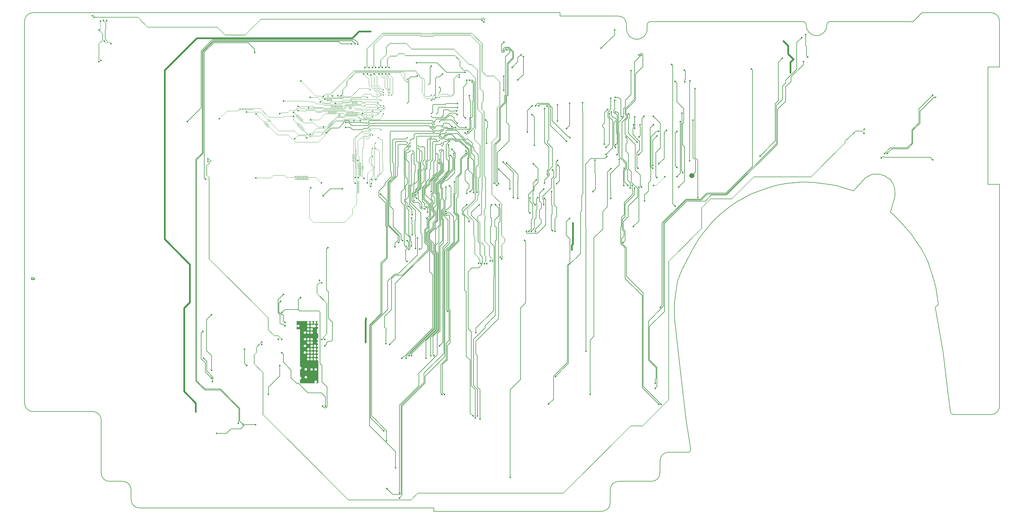
<source format=gbr>
*
G04 Job   : D:\PD-Master\Mas\Mas100n1 ACB_0001_0\Mas100n1 PPC_PORTABILE R_0.pcb*
G04 User  : SHINA:Administrator*
G04 Layer : 7-Internal6.gbr*
G04 Date  : Thu Feb 04 15:45:05 2021*
G04 RSM MASTER DESIGN srl*
%ICAS*%
%MOMM*%
%FSLAX24Y24*%
%OFA0.0000B0.0000*%
G90*
G74*
%ADD12C,0.08000*%
%ADD13C,0.08001*%
%ADD10C,0.15000*%
%ADD15C,0.35000*%
%ADD11C,0.50000*%
%ADD14C,0.50800*%
%ADD16C,1.52400*%
G01*
G36*
X817500Y571750D02*
G02X818250Y572500I750D01*
G01X838500*
Y477500*
G03X840960Y473808I4000*
G01Y427200*
G03X841260Y425672I4040*
G01Y403200*
G03X845300Y399160I4040*
X849340Y403200J4040*
X845300Y407240I4040*
X841260Y403200J4040*
G01Y425672*
G03X845000Y423160I3740J1528*
X849040Y427200J4040*
X845000Y431240I4040*
X840960Y427200J4040*
G01Y473808*
G03X842500Y473500I1540J3692*
X846500Y477500J4000*
X842500Y481500I4000*
X838500Y477500J4000*
G01Y497500*
G03X842500Y493500I4000*
X846500Y497500J4000*
X842500Y501500I4000*
X838500Y497500J4000*
G01Y517500*
G03X842500Y513500I4000*
X846500Y517500J4000*
X842500Y521500I4000*
X838500Y517500J4000*
G01Y537500*
G03X842500Y533500I4000*
X846500Y537500J4000*
X842500Y541500I4000*
X838500Y537500J4000*
G01Y572500*
X850379*
G02X851129Y571750J750*
X850714Y571079I750*
G03X848500Y567500I1786J3579*
G01Y457500*
G03X852500Y453500I4000*
X856500Y457500J4000*
X852500Y461500I4000*
X848500Y457500J4000*
G01Y467500*
G03X852500Y463500I4000*
X856500Y467500J4000*
X852500Y471500I4000*
X848500Y467500J4000*
G01Y477500*
G03X852500Y473500I4000*
X856500Y477500J4000*
X852500Y481500I4000*
X848500Y477500J4000*
G01Y487500*
G03X852500Y483500I4000*
X856500Y487500J4000*
X852500Y491500I4000*
X848500Y487500J4000*
G01Y507500*
G03X852500Y503500I4000*
X856500Y507500J4000*
X852500Y511500I4000*
X848500Y507500J4000*
G01Y517500*
G03X852500Y513500I4000*
X856500Y517500J4000*
X852500Y521500I4000*
X848500Y517500J4000*
G01Y537500*
G03X852500Y533500I4000*
X856500Y537500J4000*
X852500Y541500I4000*
X848500Y537500J4000*
G01Y547500*
G03X852500Y543500I4000*
X856500Y547500J4000*
X852500Y551500I4000*
X848500Y547500J4000*
G01Y557500*
G03X852500Y553500I4000*
X856500Y557500J4000*
X852500Y561500I4000*
X848500Y557500J4000*
G01Y567500*
G03X852500Y563500I4000*
X856500Y567500J4000*
X854286Y571079I4000*
G02X853871Y571750I335J671*
X854621Y572500I750*
G01X858260*
Y426700*
G03X862300Y422660I4040*
X866340Y426700J4040*
X862300Y430740I4040*
X858260Y426700J4040*
G01Y572500*
X860379*
G02X861129Y571750J750*
X860714Y571079I750*
G03X858500Y567500I1786J3579*
G01Y457500*
G03X862500Y453500I4000*
X866500Y457500J4000*
X862500Y461500I4000*
X858500Y457500J4000*
G01Y467500*
G03X862500Y463500I4000*
X866500Y467500J4000*
X862500Y471500I4000*
X858500Y467500J4000*
G01Y477500*
G03X862500Y473500I4000*
X866500Y477500J4000*
X862500Y481500I4000*
X858500Y477500J4000*
G01Y487500*
G03X862500Y483500I4000*
X866500Y487500J4000*
X862500Y491500I4000*
X858500Y487500J4000*
G01Y497500*
G03X862500Y493500I4000*
X866500Y497500J4000*
X862500Y501500I4000*
X858500Y497500J4000*
G01Y507500*
G03X862500Y503500I4000*
X866500Y507500J4000*
X862500Y511500I4000*
X858500Y507500J4000*
G01Y517500*
G03X862500Y513500I4000*
X866500Y517500J4000*
X862500Y521500I4000*
X858500Y517500J4000*
G01Y537500*
G03X862500Y533500I4000*
X866500Y537500J4000*
X862500Y541500I4000*
X858500Y537500J4000*
G01Y547500*
G03X862500Y543500I4000*
X866500Y547500J4000*
X862500Y551500I4000*
X858500Y547500J4000*
G01Y557500*
G03X862500Y553500I4000*
X862566Y553501J4000*
G02X862579I13J750*
X862581J750*
G01X868500Y553564*
Y457500*
G03X870760Y453898I4000*
G01Y426700*
G03X874800Y422660I4040*
X878840Y426700J4040*
X874800Y430740I4040*
X870760Y426700J4040*
G01Y453898*
G03X872500Y453500I1740J3602*
X876500Y457500J4000*
X872500Y461500I4000*
X868500Y457500J4000*
G01Y467500*
G03X872500Y463500I4000*
X876500Y467500J4000*
X872500Y471500I4000*
X868500Y467500J4000*
G01Y477500*
G03X872500Y473500I4000*
X876500Y477500J4000*
X872500Y481500I4000*
X868500Y477500J4000*
G01Y487500*
G03X872500Y483500I4000*
X876500Y487500J4000*
X872500Y491500I4000*
X868500Y487500J4000*
G01Y497500*
G03X872500Y493500I4000*
X876500Y497500J4000*
X872500Y501500I4000*
X868500Y497500J4000*
G01Y553564*
X871905Y553600*
G02X871919I18J750*
G03X875900Y557600I19J4000*
X871900Y561600I4000*
X871834Y561599J4000*
G02X871821I13J750*
X871819J750*
G01X862495Y561500*
G02X862481I18J750*
G03X858500Y557500I19J4000*
G01Y567500*
G03X862500Y563500I4000*
X866500Y567500J4000*
X864286Y571079I4000*
G02X863871Y571750I335J671*
X864621Y572500I750*
G01X870379*
G02X871129Y571750J750*
X870714Y571079I750*
G03X868500Y567500I1786J3579*
X872500Y563500I4000*
X876500Y567500J4000*
X874286Y571079I4000*
G02X873871Y571750I335J671*
X874621Y572500I750*
G01X880379*
G02X881129Y571750J750*
X880714Y571079I750*
G03X878500Y567500I1786J3579*
X881868Y563550I4000*
G02X882500Y562810I118J740*
G01Y562190*
G02X881868Y561450I750*
G03X878500Y557500I632J3950*
X881868Y553550I4000*
G02X882500Y552810I118J740*
G01Y551190*
G02X881868Y550450I750*
G03X878500Y546500I632J3950*
G01Y546472*
G02Y546461I750*
G01Y537539*
G02Y537528I750J11*
G01Y537500*
G03X881868Y533550I4000*
G02X882500Y532810I118J740*
G01Y522190*
G02X881868Y521450I750*
G03X878500Y517500I632J3950*
X881868Y513550I4000*
G02X882500Y512810I118J740*
G01Y512190*
G02X881868Y511450I750*
G03X878500Y507500I632J3950*
X881868Y503550I4000*
G02X882500Y502810I118J740*
G01Y502190*
G02X881868Y501450I750*
G03X878500Y497500I632J3950*
X881868Y493550I4000*
G02X882500Y492810I118J740*
G01Y492190*
G02X881868Y491450I750*
G03X878500Y487500I632J3950*
X881868Y483550I4000*
G02X882500Y482810I118J740*
G01Y482190*
G02X881868Y481450I750*
G03X878500Y477500I632J3950*
X881868Y473550I4000*
G02X882500Y472810I118J740*
G01Y472190*
G02X881868Y471450I750*
G03X878500Y467500I632J3950*
X881868Y463550I4000*
G02X882500Y462810I118J740*
G01Y462190*
G02X881868Y461450I750*
G03X878500Y457500I632J3950*
X881868Y453550I4000*
G02X882500Y452810I118J740*
G01Y385750*
G02X881750Y385000I750*
G01X877510*
G02X876760Y385750J750*
X877085Y386368I750*
G03X878840Y389700I2285J3332*
X874800Y393740I4040*
X870760Y389700J4040*
X872515Y386368I4040*
G02X872840Y385750I425J618*
X872090Y385000I750*
G01X828250*
G02X827500Y385750J750*
G01Y396010*
G02X828250Y396760I750*
X828258J750*
G03X828300I42J4040*
X832340Y400800J4040*
X828300Y404840I4040*
X828258J4040*
G02X828250I8J750*
X827500Y405590J750*
G01Y426212*
G02X828250Y426962I750*
X828273J750*
G03X828400Y426960I127J4038*
X832440Y431000J4040*
X828400Y435040I4040*
X828273Y435038J4040*
G02X828250I23J750*
X827500Y435788J750*
G01Y547500*
X818250*
G02X817500Y548250J750*
G01Y555379*
G02X818250Y556129I750*
X818921Y555714J750*
G03X822500Y553500I3579J1786*
X826500Y557500J4000*
X822500Y561500I4000*
X818921Y559286J4000*
G02X818250Y558871I671J335*
X817500Y559621J750*
G01Y571750*
G37*
G54D10*
X25550Y699540D02*
Y699560D01*
Y700840*
X25410Y701750*
X24760Y702720*
X24020Y703130*
X23000Y703350*
X21970Y703120*
X21230Y702720*
X20570Y701730*
X20470Y700840*
Y699540*
X20570Y698640*
X21240Y697630*
X22170Y697030*
X22730*
X22750*
X24000Y697200*
X24810Y697660*
X25410Y698640*
X25550Y699540*
X30060Y700890D02*
Y700840D01*
Y699530*
Y699490*
Y699470*
X29930Y698540*
X29920Y698520*
X29900Y698470*
X29200Y697400*
X29170Y697360*
X29120Y697330*
X28250Y696870*
X28220Y696860*
X28170Y696850*
X25790Y696620*
X25760*
X25750*
X22800*
X22750*
X22130*
X22070Y696630*
X22020Y696660*
X21000Y697330*
X20950Y697350*
X20900Y697400*
X20220Y698470*
X20190Y698520*
Y698530*
Y698540*
X20060Y699470*
Y699490*
Y699530*
Y700870*
Y700890*
X20190Y701830*
Y701850*
X20200Y701870*
X20220Y701920*
X20900Y702970*
X20930Y703000*
X20990Y703030*
X21830Y703490*
X21860Y703500*
X21890Y703520*
X22960Y703760*
X23010*
X23050*
X24120Y703530*
X24150Y703520*
X24180Y703500*
X24190Y703490*
X25020Y703030*
X25070Y703000*
X25110Y702970*
X25790Y701930*
X25810Y701860*
X25820Y701850*
X25950Y700890*
Y700840*
Y699520*
Y699470*
X25820Y698540*
X25810Y698520*
X25790Y698470*
X25140Y697400*
X25090Y697340*
X25080Y697330*
X25060*
X24520Y697030*
X25740*
X28110Y697240*
X28880Y697640*
X29540Y698640*
X29650Y699540*
Y699560*
Y700840*
X29540Y701760*
X28890Y702670*
X28050Y703190*
X28000Y703240*
X27980Y703300*
X27990Y703380*
X28020Y703450*
X28070Y703510*
X28130Y703550*
X28190Y703560*
X28260Y703530*
X29140Y703020*
X29170Y702990*
X29210Y702930*
X29890Y701930*
X29910Y701900*
X29930Y701830*
X30060Y700890*
X530724Y1384826D02*
X530568Y1384670D01*
Y1214268*
X489000Y1172700*
X533568Y1383427D02*
Y1077994D01*
X514310Y1058736*
Y391773*
X541350Y364733*
X587748*
X643621Y308860*
Y271411*
X642200Y269990*
Y265200*
X538200Y460200D02*
X547061Y451339D01*
Y422239*
X566390Y402910*
Y398416*
X564200Y396226*
Y390000*
X540012Y1381386D02*
Y1148935D01*
X539568Y1148491*
Y1003232*
X544200Y998600*
X561600Y400400D02*
X542990Y419010D01*
Y446921*
X530810Y459101*
Y536010*
X535600Y540800*
X561600Y423800D02*
Y468000D01*
X546410Y483190*
Y576010*
X561800Y591400*
X656400Y261600D02*
X646621Y271379D01*
Y310103*
X588991Y367733*
X542593*
X517310Y393016*
Y1057493*
X536568Y1076751*
Y1382185*
X667500Y438600D02*
X660800Y445300D01*
Y487100*
X672224Y1409628D02*
X691600Y1390252D01*
Y1380600*
X672224Y1409628D02*
X568254D01*
X540012Y1381386*
X694000Y260400D02*
X661974D01*
X649174Y247600*
X620200*
X606833Y234233*
X582157*
X582090Y234300*
X577300*
X732800Y351600D02*
Y373250D01*
X767000Y407450*
Y438600*
X769600Y631800D02*
X764310Y626510D01*
Y598972*
X770782Y592500*
X774218*
X777500Y589218*
Y572500*
X782500Y567500*
X772500Y477500D02*
X777500Y472500D01*
Y448328*
X800750Y425078*
Y401476*
X817426Y384800*
X823174*
X838650Y369324*
Y369176*
X851476Y356350*
X892024*
X904200Y344174*
Y316100*
X782500Y557500D02*
X777500Y562500D01*
X770782*
X767500Y565782*
Y591540*
X761310Y597730*
Y636510*
X777400Y652600*
X822410Y606880D02*
Y606416D01*
X825896Y602930*
X883788*
X887500Y599218*
Y444528*
X893550Y438478*
Y389100*
X908990Y373660*
Y314116*
X906184Y311310*
X899990*
X895000Y316300*
X822410Y606880D02*
Y636410D01*
X829600Y643600*
X822410Y606880D02*
X781880D01*
X772500Y597500*
X911500Y793500D02*
X907130Y789130D01*
Y666528*
X913250Y660408*
Y580700*
X925090Y568860*
Y515316*
X920624Y510850*
X912276*
X907530Y506104*
Y502530*
X902500Y497500*
X944546Y1412628D02*
X567011D01*
X536568Y1382185*
X954700Y969900D02*
X917900D01*
X897000Y949000*
X964600Y1154400D02*
X979174D01*
X986064Y1147510*
X1002500*
X982800Y1406500D02*
X950674D01*
X944546Y1412628*
X984072Y1415628D02*
X565769D01*
X533568Y1383427*
X992262Y1418628D02*
X564526D01*
X530724Y1384826*
X993200Y1406500D02*
X984072Y1415628D01*
X1000900Y1405200D02*
Y1409990D01*
X992262Y1418628*
X1002500Y1147510D02*
X1015119D01*
X1019609Y1152000*
X1031450*
X1034500Y1155050*
Y1156950*
X1037050Y1159500*
X1215950*
X1218500Y1156950*
Y1155050*
X1221550Y1152000*
X1223450*
X1226500Y1148950*
Y1147050*
X1229050Y1144500*
X1247950*
X1250000Y1146550*
Y1147000*
X1251000Y1148000*
X1254500*
X1002500Y1160500D02*
X983595D01*
X974095Y1170000*
X964600*
X1002500Y1169590D02*
X978748D01*
X973548Y1174790*
X962616*
X958100Y1170274*
Y1167126*
X944074Y1153100*
X921700*
X907400Y1138800*
X1069600Y954300D02*
X1088165Y935735D01*
Y859036*
X1090290Y856911*
Y760832*
X1073985Y744526*
Y594016*
X1039410Y559442*
Y281390*
X1079000Y241800*
X1072157Y1176000D02*
X1036843D01*
X1034500Y1173657*
Y1170343*
X1032157Y1168000*
X1016609*
X1015019Y1169590*
X1002500*
X1072157Y1176000D02*
X1223729D01*
X1226556Y1173173*
Y1170994*
X1230500Y1167050*
Y1164000*
X1086300Y504800D02*
Y543926D01*
X1086390Y544016*
Y549410*
X1081910Y553890*
Y586164*
X1102700Y606954*
Y699946*
X1113044Y710290*
X1135464*
X1211490Y786316*
Y799184*
X1202210Y808464*
Y846477*
X1209510Y853777*
Y875136*
X1219790Y885416*
Y924849*
X1223990Y929049*
Y933284*
X1203810Y953464*
Y969908*
X1217710Y983808*
Y992093*
X1230610Y1004993*
Y1009855*
X1239900Y1019145*
Y1040000*
X1099800D02*
Y1023200D01*
X1102290Y1020710*
Y1006716*
X1083344Y987770*
Y981994*
X1064810Y963460*
Y948190*
X1085165Y927835*
Y857793*
X1087290Y855668*
Y763590*
X1070800Y747100*
Y595074*
X1036410Y560684*
Y257516*
X1114500Y179426*
Y130700*
X1109790Y1040000D02*
Y1008069D01*
X1091610Y989889*
Y859833*
X1122290Y829153*
Y815490*
X1113100Y806300*
Y795700*
X1114500Y1040000D02*
Y1008536D01*
X1094610Y988646*
Y861076*
X1126587Y829099*
Y811987*
X1123200Y808600*
X1122500Y1040000D02*
Y1036209D01*
X1120210Y1033919*
Y1009476*
X1097610Y986876*
Y918540*
X1108090Y908060*
Y877990*
X1107710Y877610*
Y856186*
X1131410Y832486*
Y818690*
X1136200Y813900*
X1122500Y1040000D02*
Y1101657D01*
X1124843Y1104000*
X1146500*
X1150500Y1100000*
X1140990Y1040000D02*
Y1055368D01*
X1140500Y1055858*
Y1087657*
X1148843Y1096000*
X1152157*
X1154500Y1098343*
Y1104000*
X1158500Y1108000*
X1143990Y1040000D02*
Y1013227D01*
X1144790Y1012427*
Y1005910*
X1151390Y999310*
Y986429*
X1144410Y979449*
Y939927*
X1141910Y937427*
Y930973*
X1144510Y928373*
Y836864*
X1156990Y824384*
Y796636*
X1157787Y795839*
Y791187*
X1154400Y787800*
X1146600Y460200D02*
Y466474D01*
X1230390Y550264*
Y771519*
X1220490Y781419*
Y805343*
X1211210Y814623*
Y837641*
X1227290Y853721*
Y868407*
X1235390Y876507*
Y901469*
X1229210Y907649*
Y912384*
X1233326Y916500*
X1233474*
X1237590Y920616*
Y952908*
X1234210Y956288*
Y991623*
X1242610Y1000023*
Y1004884*
X1259190Y1021464*
Y1040000*
X1146600Y795700D02*
X1141290Y801010D01*
Y920560*
X1131410Y930440*
Y961110*
X1141410Y971110*
Y997627*
X1141790Y998007*
Y1011184*
X1140990Y1011984*
Y1040000*
X1149200Y751400D02*
X1145210Y755390D01*
Y786460*
X1153990Y795240*
Y809810*
X1149600Y814200*
X1150500Y1108000D02*
X1146500Y1112000D01*
X1116843*
X1114500Y1109657*
Y1040000*
X1150500Y1124000D02*
X1146500Y1120000D01*
X1108843*
X1106500Y1117657*
Y1049209*
X1109790Y1045919*
Y1040000*
X1155290D02*
Y980749D01*
X1153990Y979449*
Y945264*
X1144910Y936184*
Y932216*
X1149610Y927516*
Y910790*
X1154500Y905900*
Y831117*
X1160310Y825307*
Y812716*
X1162200Y810826*
Y798200*
X1158500Y1084000D02*
X1154500Y1080000D01*
X1148843*
X1146500Y1077657*
Y1058343*
X1155290Y1049553*
Y1040000*
X1158500Y1100000D02*
Y1096000D01*
X1156843*
X1154500Y1093657*
Y1090343*
X1152157Y1088000*
X1148843*
X1143500Y1082657*
Y1057100*
X1143990Y1056610*
Y1040000*
X1162500D02*
Y1072000D01*
X1166500Y1076000*
X1162600Y883000D02*
Y877374D01*
X1164390Y875584*
Y871440*
X1162710Y869760*
Y865616*
X1164800Y863526*
Y832000*
Y891800D02*
Y898226D01*
X1163710Y899316*
Y908490*
X1154400Y917800*
X1170000Y933500D02*
Y944857D01*
X1167410Y947447*
Y954927*
X1174410Y961927*
Y967836*
X1182810Y976236*
Y987912*
X1185210Y990312*
Y1025116*
X1188190Y1028096*
Y1040000*
X1174090D02*
Y1042160D01*
X1170500Y1045750*
Y1080000*
X1166500Y1084000*
X1175200Y790400D02*
Y832000D01*
X1173010Y834190*
Y874010*
X1174790Y875790*
Y904686*
X1157010Y922466*
Y978227*
X1162500Y983717*
Y1040000*
X1175200Y951700D02*
X1180410Y956910D01*
Y965227*
X1188810Y973627*
Y985427*
X1191210Y987827*
Y1022631*
X1200790Y1032211*
Y1040000*
X1177800Y941300D02*
X1170410Y948690D01*
Y953684*
X1177410Y960684*
Y966469*
X1185810Y974869*
Y986669*
X1188210Y989069*
Y1023874*
X1191190Y1026854*
Y1040000*
X1177800Y1349400D02*
X1238950D01*
X1267550Y1320800*
X1323400*
X1180400Y821500D02*
Y771374D01*
X1122316Y713290*
X1111801*
X1091165Y692654*
Y606954*
X1042410Y558199*
Y287328*
X1088000Y241738*
Y212700*
X1180400Y1310400D02*
X1177013Y1307013D01*
X1160563*
X1154500Y1300950*
Y1232000*
X1150500Y1228000*
X1185190Y1040000D02*
Y1046884D01*
X1178500Y1053574*
Y1125657*
X1180843Y1128000*
X1250500*
X1254500Y1124000*
X1186400Y789100D02*
X1191190D01*
X1193810Y791720*
Y793460*
X1194190Y793840*
Y832460*
X1190550Y836100*
Y898276*
X1160010Y928816*
Y976984*
X1171510Y988484*
Y1017660*
X1174090Y1020240*
Y1040000*
X1188190D02*
Y1048127D01*
X1186500Y1049817*
Y1088000*
X1182500Y1092000*
X1191190Y1040000D02*
Y1052384D01*
X1194500Y1055694*
Y1080000*
X1190500Y1084000*
X1193400Y915200D02*
Y920926D01*
X1192710Y921616*
Y928250*
X1183410Y937550*
Y963984*
X1191810Y972384*
Y984184*
X1201200Y993574*
Y1027001*
X1206410Y1032211*
Y1040000*
X1200790D02*
Y1040410D01*
X1196410Y1044790*
Y1052384*
X1199621Y1055595*
X1199752*
X1202500Y1058343*
Y1093657*
X1200157Y1096000*
X1186500*
X1182500Y1100000*
X1203100Y910300D02*
X1191526D01*
X1188200Y913626*
Y924574*
X1184524Y928250*
X1168476*
X1164410Y932316*
Y956169*
X1169700Y961459*
Y982431*
X1182210Y994941*
Y1026359*
X1185190Y1029339*
Y1040000*
X1206410D02*
Y1053627D01*
X1210500Y1057717*
Y1117657*
X1212843Y1120000*
X1216157*
X1218500Y1122343*
Y1124000*
X1222500*
X1209000Y915200D02*
X1204210D01*
X1202450Y916960*
Y925424*
X1194810Y933064*
Y973636*
X1205590Y984416*
Y1027148*
X1209410Y1030968*
Y1040000*
Y1052384*
X1212621Y1055595*
X1215752*
X1218500Y1058343*
Y1117657*
X1220843Y1120000*
X1234500*
X1238500Y1116000*
X1211600Y899600D02*
Y911026D01*
X1213790Y913216*
Y922984*
X1197810Y938964*
Y972393*
X1208590Y983173*
Y993036*
X1216900Y1001346*
Y1027700*
X1219400Y1030200*
Y1040000*
X1218500Y1320000D02*
Y1288000D01*
X1214500Y1284000*
X1219400Y1040000D02*
Y1050309D01*
X1226500Y1057409*
Y1109657*
X1228843Y1112000*
X1242500*
X1246500Y1116000*
X1222000Y1339000D02*
X1218500Y1335500D01*
Y1320000*
X1222500Y1188000D02*
X1226500Y1184000D01*
X1264157*
X1278347Y1198190*
X1282500*
X1229500Y1040000D02*
Y1012987D01*
X1226990Y1010477*
Y1005616*
X1214410Y993036*
Y984751*
X1200810Y971151*
Y940207*
X1216790Y924227*
Y889190*
X1209000Y881400*
X1230500Y1140000D02*
X1226500D01*
Y1141657*
X1224157Y1144000*
X1100843*
X1098500Y1141657*
Y1048009*
X1099800Y1046709*
Y1040000*
X1230500Y1156000D02*
X1226500Y1160000D01*
Y1164950*
X1223950Y1167500*
X1037050*
X1034500Y1164950*
Y1163050*
X1031950Y1160500*
X1002500*
X1230500Y1172000D02*
X1238227Y1179727D01*
X1264510*
X1275173Y1190390*
X1282500*
X1239900Y1040000D02*
Y1052409D01*
X1242500Y1055009*
Y1072000*
X1238500Y1076000*
X1245400Y1047800D02*
X1250190Y1043010D01*
Y1040000*
X1246500Y1060000D02*
Y1052767D01*
X1250190Y1049077*
Y1047253*
X1253190Y1044253*
Y1040000*
X1246500Y1124000D02*
X1250500Y1120000D01*
X1256157*
X1258500Y1122343*
Y1125657*
X1260843Y1128000*
X1266743*
X1271933Y1133190*
X1282500*
X1246500Y1260000D02*
X1250500Y1264000D01*
Y1272000*
X1246500Y1276000*
X1246700Y497500D02*
X1257024Y507824D01*
Y793653*
X1272290Y808919*
Y877084*
X1258410Y890964*
Y901184*
X1265676Y908450*
X1270624*
X1281390Y919216*
Y974210*
X1276600Y979000*
X1250190Y1040000D02*
Y1025192D01*
X1233610Y1008612*
Y1003751*
X1222500Y992641*
Y961200*
X1253190Y1040000D02*
Y1023949D01*
X1236610Y1007369*
Y1002508*
X1227290Y993188*
Y959216*
X1222410Y954336*
Y939107*
X1226990Y934527*
Y927807*
X1223210Y924027*
Y905164*
X1229390Y898984*
Y890773*
X1212510Y873893*
Y852534*
X1205210Y845234*
Y809707*
X1214490Y800427*
Y785073*
X1136707Y707290*
X1135616*
X1113950Y685624*
Y518550*
X1097200Y501800*
X1254500Y1100000D02*
X1258500Y1104000D01*
Y1109657*
X1260843Y1112000*
X1269026*
X1274616Y1117590*
X1282500*
X1254500Y1108000D02*
X1250500Y1104000D01*
X1236843*
X1234500Y1101657*
Y1056209*
X1229500Y1051209*
Y1040000*
X1254500Y1156000D02*
X1258500D01*
X1259216Y1155284*
X1269242*
X1272316Y1152210*
X1282500*
X1255800Y1315600D02*
X1247505Y1307305D01*
X1240148*
X1234500Y1301657*
Y1242343*
X1232157Y1240000*
X1226500*
X1222500Y1236000*
X1256190Y1040000D02*
Y1044788D01*
X1253190Y1047788*
Y1050320*
X1251000Y1052510*
Y1080500*
X1254500Y1084000*
X1256190Y1040000D02*
Y1022707D01*
X1239610Y1006127*
Y1001265*
X1230290Y991945*
Y957973*
X1226710Y954393*
Y949340*
X1231990Y944060*
Y928564*
X1226210Y922784*
Y906407*
X1232390Y900227*
Y889531*
X1215510Y872651*
Y846184*
X1208210Y838884*
Y813381*
X1217490Y804101*
Y721360*
X1226790Y712060*
Y550975*
X1139402Y463587*
X1136987*
X1133600Y460200*
X1259190Y1040000D02*
Y1045324D01*
X1258500Y1046014*
Y1084950*
X1255950Y1087500*
X1250000*
X1246500Y1084000*
X1261900Y351200D02*
X1256110Y356990D01*
Y442184*
X1264436Y450510*
X1265727*
X1270290Y455073*
Y498702*
X1278790Y507202*
Y605108*
X1275210Y608688*
Y782584*
X1305490Y812864*
Y890269*
X1297310Y898449*
Y941110*
X1302600Y946400*
Y1005583*
X1312961Y1015944*
Y1058635*
X1324326Y1070000*
X1326374*
X1330790Y1074416*
Y1079410*
X1326000Y1084200*
X1262500Y1124000D02*
Y1120000D01*
X1264090Y1118410*
X1271193*
X1273373Y1120590*
X1282500*
X1266200Y894400D02*
X1269587Y897787D01*
X1277387*
X1289190Y885984*
Y809639*
X1263024Y783472*
Y465598*
X1203600Y406174*
Y385556*
X1134390Y316346*
Y47690*
X1126700Y40000*
X1266200Y902200D02*
X1261410Y897410D01*
Y892416*
X1264216Y889610*
X1268310*
X1270390Y891690*
X1274484*
X1277290Y888884*
Y807089*
X1260024Y789822*
Y474650*
X1200584Y415210*
Y387806*
X1131390Y318612*
Y53016*
X1128584Y50210*
X1106390*
X1088100Y68500*
X1266200Y975000D02*
Y937700D01*
X1263590Y935090*
Y911973*
X1255410Y903793*
Y880416*
X1258790Y877036*
Y807669*
X1248390Y797269*
Y542808*
X1239850Y534268*
Y470300*
X1185140Y415590*
Y377490*
X1126600Y318950*
Y55000*
X1273590Y1040000D02*
Y1025292D01*
X1262810Y1014512*
Y1011536*
X1237210Y985936*
Y957531*
X1240590Y954151*
Y910564*
X1238790Y908764*
Y875664*
X1230290Y867164*
Y852479*
X1214210Y836399*
Y815866*
X1223490Y806586*
Y782661*
X1233390Y772761*
Y549021*
X1159600Y475231*
Y472700*
X1155200Y468300*
X1274000Y1102400D02*
Y1095467D01*
X1275690Y1093777*
Y1081990*
X1274910Y1081210*
Y1067390*
X1276590Y1065710*
Y1040000*
Y1024049*
X1265810Y1013269*
Y1010293*
X1240210Y984693*
Y958773*
X1243590Y955393*
Y909321*
X1241790Y907521*
Y874421*
X1234650Y867281*
Y852596*
X1217210Y835156*
Y818586*
X1229210Y806586*
Y781431*
X1236390Y774251*
Y547779*
X1162600Y473989*
Y468100*
X1276600Y1112800D02*
X1267110Y1103310D01*
Y1061023*
X1273590Y1054543*
Y1040000*
X1279200Y1071200D02*
X1282500Y1067900D01*
X1286590Y1063810*
Y1029807*
X1268810Y1012027*
Y1009051*
X1243210Y983451*
Y960016*
X1246590Y956636*
Y907701*
X1246410Y907521*
Y876688*
X1247590Y875508*
Y861293*
X1234650Y848353*
Y803802*
X1232210Y801362*
Y782673*
X1239390Y775493*
Y546536*
X1206400Y513546*
Y460200*
X1282500Y1117590D02*
X1290951D01*
X1295859Y1112682*
X1307702*
X1333790Y1086593*
Y1065449*
X1331210Y1062869*
Y1030360*
X1323810Y1022960*
Y995640*
X1335990Y983460*
Y973516*
X1328600Y966126*
Y956800*
X1282500Y1120590D02*
X1292193D01*
X1297102Y1115682*
X1308944*
X1336790Y1087836*
Y1064207*
X1334210Y1061627*
Y1026240*
X1346390Y1014060*
Y969390*
X1339000Y962000*
X1282500Y1133190D02*
X1283836D01*
X1298344Y1118682*
X1315294*
X1329186Y1104790*
X1333384*
X1339543Y1098631*
Y1095619*
X1341090Y1094072*
Y1063910*
X1349400Y1055600*
Y959400*
X1282500Y1136190D02*
X1270690D01*
X1266500Y1132000*
X1262500*
X1282500Y1146190D02*
X1269416D01*
X1266555Y1143329*
Y1138398*
X1264157Y1136000*
X1252843*
X1250500Y1133657*
Y1132000*
X1246500*
X1282500Y1149210D02*
X1271073D01*
X1268283Y1152000*
X1260843*
X1258500Y1149657*
Y1146343*
X1256157Y1144000*
X1252843*
X1250500Y1141657*
Y1138343*
X1248157Y1136000*
X1172843*
X1170500Y1133657*
Y1122343*
X1168157Y1120000*
X1162500*
X1158500Y1116000*
X1282500Y1152210D02*
X1286384D01*
X1288574Y1154400*
X1294800*
X1282500Y1158900D02*
X1274000Y1167400D01*
X1267291*
X1266691Y1168000*
X1260843*
X1258500Y1165657*
Y1162343*
X1256157Y1160000*
X1236843*
X1234500Y1157657*
Y1154343*
X1232157Y1152000*
X1228843*
X1226500Y1154343*
Y1156000*
X1222500*
X1282500Y1177390D02*
X1266416D01*
X1265753Y1176727*
X1251227*
X1246500Y1172000*
X1282500Y1190390D02*
X1283784D01*
X1290900Y1183274*
Y1176500*
X1300000Y1167400*
X1282500Y1198190D02*
X1295210D01*
X1300000Y1193400*
X1282500Y1203610D02*
X1277581D01*
X1273191Y1208000*
X1260843*
X1258500Y1205657*
Y1192000*
X1254500Y1188000*
X1282500Y1214900D02*
X1265257D01*
X1264157Y1216000*
X1244843*
X1242500Y1213657*
Y1200000*
X1238500Y1196000*
X1282500Y1227000D02*
X1267157D01*
X1264157Y1224000*
X1228843*
X1226500Y1221657*
Y1200000*
X1222500Y1196000*
X1284400Y1089400D02*
X1294390Y1079410D01*
Y1062648*
X1292590Y1060848*
Y1018016*
X1270024Y995450*
X1263776*
X1252410Y984084*
Y974390*
X1255790Y971010*
Y939910*
X1260590Y935110*
Y913216*
X1252410Y905036*
Y879173*
X1255790Y875793*
Y814019*
X1245390Y803619*
Y544051*
X1227413Y526074*
Y471687*
X1230800Y468300*
X1284400Y1157000D02*
X1282500Y1158900D01*
X1289600Y1076400D02*
Y1062648D01*
X1289590Y1062638*
Y1028564*
X1271810Y1010784*
Y1007808*
X1249410Y985408*
Y973147*
X1252790Y969767*
Y939490*
X1249590Y936290*
Y906459*
X1249410Y906279*
Y877931*
X1250590Y876751*
Y860051*
X1245250Y854711*
Y810159*
X1235210Y800119*
Y783916*
X1242390Y776736*
Y545293*
X1220300Y523203*
Y468300*
X1291800Y991600D02*
Y957017D01*
X1289610Y954827*
Y897664*
X1299290Y887984*
Y880040*
X1292190Y872940*
Y808049*
X1267613Y783472*
Y604787*
X1271000Y601400*
X1298200Y1204800D02*
X1291774D01*
X1290584Y1203610*
X1282500*
X1300800Y1214900D02*
X1282500D01*
X1300800Y1227000D02*
X1282500D01*
X1324200Y1138600D02*
X1327587Y1135213D01*
X1328639*
X1329626Y1136200*
X1332774*
X1351390Y1154816*
Y1291484*
X1346174Y1296700*
X1336500*
X1324400Y1183700D02*
X1318310Y1189790D01*
Y1275684*
X1329100Y1286474*
Y1296500*
X1326000Y1076400D02*
X1309961Y1060361D01*
Y1017187*
X1296590Y1003816*
Y957564*
X1292610Y953584*
Y898907*
X1302490Y889027*
Y814107*
X1272210Y783827*
Y607445*
X1275790Y603865*
Y513552*
X1267290Y505052*
Y456316*
X1264484Y453510*
X1263193*
X1250813Y441130*
Y354287*
X1254200Y350900*
X1326000Y1154400D02*
X1306226D01*
X1283236Y1177390*
X1282500*
X1335300Y871700D02*
Y878326D01*
X1318610Y895016*
Y902610*
X1354190Y938190*
Y1003941*
X1352410Y1005721*
Y1068190*
X1344210Y1076390*
Y1095195*
X1342543Y1096862*
Y1099874*
X1334627Y1107790*
X1330510*
X1302110Y1136190*
X1282500*
X1336400Y1250600D02*
Y1240454D01*
X1338395Y1238459*
Y1234395*
X1340580Y1232210*
Y1186297*
X1337210Y1182927*
Y1176473*
X1338590Y1175093*
Y1152416*
X1335384Y1149210*
X1282500*
X1344600Y1291500D02*
X1348390Y1287710D01*
Y1235116*
X1346533Y1233258*
Y1188007*
X1340210Y1181684*
Y1177716*
X1341590Y1176336*
Y1151173*
X1336627Y1146210*
X1336010*
X1331200Y1141400*
X1348000Y286500D02*
X1339019Y295481D01*
Y455081*
X1327500Y466600*
Y659900*
X1321800Y665600*
Y887583*
X1315610Y893773*
Y910010*
X1328600Y923000*
X1359200Y959900D02*
Y964690D01*
X1358383Y965507*
Y1003991*
X1357110Y1005263*
Y1036060*
X1363290Y1042240*
Y1072910*
X1349633Y1086567*
Y1094015*
X1345543Y1098105*
Y1106831*
X1332584Y1119790*
X1328540*
X1328260Y1119510*
X1324216*
X1297536Y1146190*
X1282500*
X1361400Y286600D02*
Y366131D01*
X1349410Y378121*
Y517310*
X1383950Y551850*
Y558177*
X1414600Y588827*
Y813300*
X1417390Y816090*
Y853810*
X1412910Y858290*
Y875910*
X1425689Y888690*
Y911111*
X1414100Y922700*
X1365800Y922200D02*
X1362413Y918813D01*
X1361839*
X1342010Y898984*
Y890364*
X1362410Y869964*
Y812319*
X1368967Y805763*
Y772327*
X1375790Y765504*
Y743616*
X1364274Y732100*
X1344426*
X1332910Y720584*
Y549240*
X1342390Y539760*
Y378121*
X1354600Y365911*
Y280800*
X1368600Y277400D02*
Y366131D01*
X1360550Y374181*
Y468800*
X1355910Y473440*
Y510960*
X1424790Y579840*
Y868800*
X1428689Y872699*
Y912353*
X1427400Y913643*
Y923000*
X1385800Y1177800D02*
X1391690Y1171910D01*
Y1154716*
X1388400Y1151426*
Y1107600*
X1403800Y922200D02*
X1400413Y918813D01*
Y884437*
X1403590Y881260*
Y858090*
X1400310Y854810*
Y808116*
X1410890Y797536*
Y705940*
X1409358Y704408*
Y603885*
X1356200Y550727*
Y537100*
X1424800Y985400D02*
X1420010Y990190D01*
Y1078310*
X1455590Y1113890*
Y1163060*
X1448610Y1170040*
Y1247384*
X1453210Y1251984*
Y1346284*
X1469790Y1362864*
Y1382069*
X1455669Y1396190*
X1443400*
X1437800Y1390590*
Y1385800*
X1439900Y1266200D02*
Y1308800D01*
X1441000Y1411600D02*
X1433010Y1403610D01*
Y1383816*
X1435816Y1381010*
X1439784*
X1443000Y1384226*
Y1389974*
X1446216Y1393190*
X1454427*
X1466790Y1380827*
Y1364107*
X1449710Y1347027*
Y1252727*
X1445610Y1248627*
Y1228860*
X1429990Y1213240*
Y1117373*
X1416213Y1103596*
Y983587*
X1419600Y980200*
X1448200Y1047800D02*
X1482590Y1013410D01*
Y994716*
X1482000Y994126*
Y941200*
X1448200Y1388400D02*
X1454974D01*
X1458190Y1385184*
Y1380540*
X1444690Y1367040*
Y1251949*
X1442610Y1249869*
Y1230102*
X1426990Y1214482*
Y1118616*
X1411200Y1102826*
Y987100*
X1458600Y969800D02*
Y995800D01*
X1424800Y1029600*
X1464800Y1334900D02*
X1482510Y1352610D01*
Y1365584*
X1486339Y1369413*
X1489013*
X1492400Y1372800*
X1469000Y943800D02*
Y1019200D01*
X1437800Y1050400*
X1482000Y1297400D02*
X1488710Y1304110D01*
X1489784*
X1499300Y1313626*
Y1367900*
X1502500Y815300D02*
X1506090Y811710D01*
Y627390*
X1490800Y612100*
Y397250*
X1459500Y365950*
Y102000*
X1510600Y1141400D02*
Y1205500D01*
X1524900Y1219800*
X1518800Y943400D02*
Y931974D01*
X1527290Y923484*
Y881840*
X1522500Y877050*
Y849400*
X1515000Y841900*
X1522400Y842300D02*
X1532500Y852400D01*
Y877500*
X1537500Y882500*
Y905900*
X1539590Y907990*
Y923684*
X1539113Y924161*
Y940313*
X1542500Y943700*
X1524100Y1193800D02*
X1531800Y1186100D01*
Y1101500*
X1528800Y1045200D02*
X1543190Y1030810D01*
Y988390*
X1531390Y976590*
Y966573*
X1527710Y962893*
Y928790*
X1534800Y921700*
X1535200Y1219800D02*
X1542590Y1227190D01*
X1573627*
X1585808Y1215009*
Y1174558*
X1632679Y1127687*
X1635613*
X1639000Y1124300*
X1538400Y997600D02*
X1528390Y987590D01*
Y967816*
X1514010Y953436*
Y932890*
X1515013Y931887*
Y900387*
X1518400Y897000*
X1549190Y908690D02*
X1547610Y907110D01*
Y882590*
X1552290Y877910*
Y865716*
X1535700Y849126*
Y841300*
X1549190Y908690D02*
X1552925Y912425D01*
Y927475*
X1549190Y931210*
X1559700Y969000D02*
X1547410Y956710D01*
Y932990*
X1549190Y931210*
X1560000Y922900D02*
Y937026D01*
X1557710Y939316*
Y948210*
X1583400Y973900*
Y999426*
X1590790Y1006816*
Y1022210*
X1586000Y1027000*
X1562500Y941300D02*
X1565887Y937913D01*
Y860913*
X1541484Y836510*
X1509100*
X1508000Y837610*
Y842400*
X1562600Y1211600D02*
Y1109174D01*
X1575190Y1096584*
Y1029807*
X1570410Y1025027*
Y1014090*
X1572000Y1012500*
X1570400Y1219400D02*
X1575190Y1214610D01*
Y1117590*
X1570810Y1113210*
Y1108216*
X1586290Y1092736*
Y1036664*
X1573410Y1023784*
Y1018840*
X1576790Y1015460*
Y1010516*
X1562600Y996326*
Y988000*
X1574750Y322550D02*
X1589300Y337100D01*
X1586200Y843900D02*
X1582813Y847287D01*
Y891313*
X1585590Y894090*
Y919784*
X1583400Y921974*
Y962000*
X1601600Y1055600D02*
X1596950Y1050950D01*
Y1006816*
X1590610Y1000476*
Y979190*
X1591200Y978600*
Y921700*
X1598590Y914310*
Y886590*
X1593900Y881900*
Y842400*
X1601800Y1174200D02*
Y1217010D01*
X1601600Y1217210*
Y1222000*
X1602700Y1041300D02*
X1607490Y1036510D01*
Y993890*
X1599000Y985400*
X1628640Y1113100D02*
X1580743Y1160997D01*
Y1215831*
X1572384Y1224190*
X1549290*
X1544900Y1219800*
X1630766Y484466D02*
Y739509D01*
X1634790Y743533*
X1630766Y484466D02*
Y447340D01*
X1589300Y405874*
Y337100*
X1634790Y823210D02*
X1638714Y819286D01*
Y747456*
X1634790Y743533*
Y823210D02*
X1627910Y830090D01*
Y871310*
X1638000Y881400*
Y1227200D02*
Y1160560D01*
X1628640Y1151200*
X1677100Y1229000D02*
Y1202974D01*
X1678090Y1201984*
Y955040*
X1673940Y950890*
Y904366*
X1671000Y901426*
Y775500*
X1634950Y739450*
Y444750*
X1595900Y405700*
X1699300Y352100D02*
Y514826D01*
X1711000Y526526*
Y822950*
X1737400Y849350*
Y901900*
X1751700Y916200*
Y1020100*
X1762500Y1030900*
X1714200Y1056200D02*
Y1016074D01*
X1715690Y1014584*
Y969490*
X1708200Y962000*
X1732900Y1393300D02*
X1773200Y1433600D01*
Y1448200*
X1742000Y1105000D02*
Y1117542D01*
X1742370Y1117912*
Y1151972*
X1737210Y1157132*
Y1162568*
X1742640Y1167998*
Y1199240*
X1752400Y1209000*
X1747200Y1073800D02*
X1767490Y1094090D01*
Y1175684*
X1757600Y1185574*
Y1196000*
X1749700Y1067400D02*
X1743460Y1061160D01*
X1702686*
X1685910Y1044384*
Y855740*
X1687000Y854650*
Y481800*
X1761400Y941200D02*
Y969626D01*
X1760610Y970416*
Y1015960*
X1787000Y1042350*
Y1059400*
X1761800Y1242700D02*
Y1209300D01*
X1752810Y1200310*
Y1185574*
X1757190Y1181194*
Y1104790*
X1747300Y1094900*
X1774800Y1245300D02*
X1785274D01*
X1791713Y1238861*
Y1190187*
X1795100Y1186800*
X1775800Y1094600D02*
X1771010Y1099390D01*
Y1168836*
X1777990Y1175816*
Y1179784*
X1772624Y1185150*
X1769176*
X1762800Y1191526*
Y1201200*
X1775800Y1102400D02*
X1780590Y1107190D01*
Y1135584*
X1779210Y1136964*
Y1172621*
X1780990Y1174401*
Y1192233*
X1776973Y1196250*
X1773976*
X1771010Y1199216*
Y1206810*
X1773000Y1208800*
Y1236700*
X1780200Y1072500D02*
X1783590Y1075890D01*
Y1136827*
X1782210Y1138207*
Y1171379*
X1783990Y1173159*
Y1197800*
X1780590Y1201200*
X1775800*
X1800500Y980600D02*
Y988857D01*
X1799261Y990096*
Y1024871*
X1801800Y1027410*
Y1032200*
X1807000Y1125800D02*
X1810387Y1122413D01*
Y1106987*
X1806910Y1103510*
Y1083390*
X1815000Y1075300*
Y1030426*
X1823700Y1021726*
Y989850*
X1842590Y970960*
Y946564*
X1813850Y917824*
Y886094*
X1799610Y871854*
Y847807*
X1804390Y843027*
Y813790*
X1799200Y808600*
X1814800Y1196000D02*
X1818187Y1192613D01*
Y1183573*
X1815110Y1180496*
Y1136490*
X1841100Y1110500*
X1822600Y1326000D02*
Y1253550D01*
X1805500Y1236450*
Y1216236*
X1799900Y1210636*
Y1184826*
X1785210Y1170136*
Y1139449*
X1786590Y1138069*
Y1066584*
X1806590Y1046584*
Y1027410*
X1802261Y1023081*
Y991339*
X1813000Y980600*
X1825500D02*
Y968674D01*
X1827490Y966684*
Y954116*
X1801990Y928616*
Y892444*
X1793610Y884064*
Y856310*
X1791410Y854110*
Y805373*
X1804669Y792114*
Y700336*
X1855933Y649073*
Y371767*
X1906400Y321300*
X1829900Y1163300D02*
Y1155074D01*
X1828310Y1153484*
Y1133390*
X1848190Y1113510*
Y1087340*
X1840013Y1079163*
Y1035587*
X1843400Y1032200*
X1833900Y1152300D02*
Y1160526D01*
X1834690Y1161316*
Y1165284*
X1833200Y1166774*
Y1186800*
X1846000Y975000D02*
Y873100D01*
X1829600Y856700*
X1846000Y1125800D02*
X1850690Y1130490D01*
Y1154484*
X1849900Y1155274*
Y1163300*
X1846500Y1372500D02*
X1851290Y1377290D01*
X1855284*
X1858090Y1374484*
Y1337890*
X1836000Y1315800*
Y1236974*
X1807410Y1208384*
Y1196616*
X1812490Y1191536*
Y1183573*
X1805110Y1176193*
Y1134464*
X1835600Y1103974*
Y1026200*
X1850413Y1011387*
Y978387*
X1853800Y975000*
X1853300Y1372500D02*
X1833000Y1352200D01*
Y1239226*
X1804410Y1210636*
Y1195373*
X1809490Y1190293*
Y1184816*
X1795076Y1170402*
Y1062341*
X1809590Y1047827*
Y1030426*
X1812226Y1027790*
Y996374*
X1820000Y988600*
Y972400*
X1861600Y1188200D02*
X1855610Y1182210D01*
Y1082710*
X1845400Y1072500*
X1862900Y934000D02*
Y951650D01*
X1874600Y963350*
Y988000*
X1881990Y995390*
Y1033567*
X1879810Y1035747*
Y1152910*
X1890000Y1163100*
X1887600Y1040000D02*
Y1115900D01*
X1900800Y1129100*
X1889400Y1188200D02*
X1910590Y1167010D01*
Y1092990*
X1897213Y1079613*
Y1006987*
X1900600Y1003600*
X1895400Y385000D02*
Y397526D01*
X1897590Y399716*
Y431984*
X1874810Y454764*
Y571436*
X1920010Y616636*
Y867327*
X1988693Y936010*
X2033071*
X2051321Y954260*
X2108676*
X2259598Y1105181*
Y1220881*
X2278010Y1239293*
Y1279360*
X2287300Y1288650*
Y1296500*
X2320500Y1329700*
Y1410200*
X2335200Y1424900*
X1905800Y1144000D02*
X1899926D01*
X1882810Y1126884*
Y1036990*
X1887600Y1032200*
X1910600Y614000D02*
X1915790Y619190D01*
Y867349*
X1987451Y939010*
X2031828*
X2050078Y957260*
X2107434*
X2187387Y1037213*
Y1327613*
X2184000Y1331000*
X1913200Y321300D02*
X1858933Y375567D01*
Y656893*
X1809140Y706686*
Y791886*
X1794410Y806616*
Y820710*
X1801390Y827690*
Y841784*
X1796610Y846564*
Y878204*
X1804990Y886584*
Y924174*
X1833000Y952184*
Y972400*
X1929200Y1146600D02*
X1922383Y1139783D01*
Y1061783*
X1905800Y1045200*
X1944800Y1344200D02*
X1948187Y1340813D01*
Y1169161*
X1947410Y1168384*
Y1117290*
X1947890Y1116810*
Y1022690*
X1947810Y1022610*
Y925190*
X1955200Y917800*
X1960400Y1006200D02*
X1970800Y1016600D01*
Y1172600*
X1960600Y1142500D02*
X1955610Y1137510D01*
Y1039590*
X1960400Y1034800*
X1965600Y975000D02*
X1983390Y992790D01*
Y1096460*
X1977810Y1102040*
Y1165684*
X1980790Y1168664*
Y1211310*
X1960150Y1231950*
Y1287950*
X1954900Y1293200*
X1978600Y1019200D02*
X1973810Y1023990D01*
Y1165927*
X1976000Y1168117*
Y1198200*
X1983800Y1292200D02*
Y1298926D01*
X1986187Y1301313*
Y1323613*
X1982800Y1327000*
X1998500Y1054900D02*
Y1289110D01*
X1999400Y1290010*
Y1294800*
X2005000Y1010000D02*
X2016140Y1021140D01*
Y1057004*
X2009000Y1064144*
Y1176900*
X2015000Y1271400D02*
Y1064144D01*
X2022800Y1056344*
Y943800*
X2210000Y1068600D02*
X2256134Y1114734D01*
Y1226063*
X2265000Y1234929*
Y1350200*
X2277400Y1362600*
X2340500Y1352500D02*
Y1343674D01*
X2303600Y1306774*
Y1292500*
X2287650Y1276550*
Y1233581*
X2262598Y1208529*
Y1103939*
X2109919Y951260*
X2064021*
X2045771Y933010*
X1989936*
X1923010Y866084*
Y600884*
X1877810Y555684*
Y456007*
X1900590Y433227*
Y375390*
X1895200Y370000*
X2347500Y1433800D02*
Y1401174D01*
X2350213Y1398461*
Y1370087*
X2353600Y1366700*
X2584400Y1076000D02*
X2601709Y1093309D01*
X2652283*
X2666511Y1107537*
Y1147164*
X2687990Y1168643*
Y1210890*
X2729100Y1252000*
X2592200Y1076400D02*
X2606109Y1090309D01*
X2653526*
X2669511Y1106294*
Y1145922*
X2690990Y1167400*
Y1203380*
X2733010Y1245400*
X2737800*
X2729000Y1057700D02*
X2721883Y1064817D01*
X2584557*
X2582587Y1066787*
X2577387*
X2574000Y1063400*
X2930000Y1337000D02*
X2895000D01*
Y984000*
X2930000*
Y316000*
G02X2905000Y291000I25000*
G01X2792719*
G02X2782812Y299638J10000*
G01X2773000Y371000*
X2761000Y478000*
X2737000Y614000*
X2746000Y622000*
X2739000Y674000*
X2731000Y702000*
X2715000Y751000*
X2697000Y786000*
X2663000Y836000*
X2623000Y881000*
X2610000Y894000*
X2602000Y900000*
X2609000Y924000*
X2615000Y945000*
X2616000Y950000*
Y956000*
X2615000Y969000*
X2614000Y974000*
X2611000Y983000*
X2608000Y989000*
X2601000Y998000*
X2588000Y1007000*
X2583000Y1010000*
X2569000Y1014000*
X2550000*
X2544000Y1012000*
X2528000Y1004000*
X2491000Y964000*
X2441000Y979000*
X2423000Y983000*
X2375000Y989000*
X2354000Y990000*
X2332000*
X2289000Y986000*
X2261000Y981000*
X2233000Y973000*
X2184000Y955000*
X2142000Y932000*
X2112000Y911000*
X2090000Y893000*
X2080000Y884000*
X2066000Y870000*
X2044000Y843000*
X2027000Y822000*
X2007000Y787000*
X1975000Y725000*
X1962000Y692000*
X1955000Y647000*
X1953000Y623000*
Y591000*
X1954000Y571000*
X1955000Y563000*
X1963000Y491000*
X1982000Y329000*
X1987000Y285000*
X1990000Y261000*
X2001575Y185994*
G02X2001663Y184850I7412J1144*
X1996833Y177841I7500*
G01X1934619Y177597*
G03X1909719Y152883I98J25000*
G01X1909282Y114714*
G02X1884284Y90000I24998J286*
G01X1785000*
G03X1760000Y65000J25000*
G01Y25000*
G02X1735000Y0I25000*
G01X1230000*
Y10000*
X345000*
G02X320000Y35000J25000*
G01Y65000*
G03X295000Y90000I25000*
G01X255000*
G02X230000Y115000J25000*
G01Y275000*
G03X205000Y300000I25000*
G01X25000*
G02X0Y325000J25000*
G01Y1475000*
G02X25000Y1500000I25000*
G01X1609000*
Y1490000*
X1784000*
G02X1809000Y1465000J25000*
G01Y1451000*
G03X1840000Y1420000I31000*
X1871000Y1451000J31000*
G01Y1463000*
G02X1881000Y1473000I10000*
G01X2339000*
G02X2349000Y1463000J10000*
G01Y1462000*
G03X2380000Y1431000I31000*
X2411000Y1462000J31000*
G01Y1463000*
G02X2421000Y1473000I10000*
G01X2670000*
X2697500Y1500000*
X2905000*
G02X2930000Y1475000J25000*
G01Y1337000*
G54D11*
X420960Y1326377D02*
X517961Y1423378D01*
X984807*
X1001729Y1440300*
X420960Y1326377D02*
Y818288D01*
X484940Y754308*
Y616214D02*
X497000Y628274D01*
Y742248*
X484940Y754308*
Y616214D02*
X479420Y610694D01*
Y360258*
X514500Y325178*
Y298500*
X762500Y517500D03*
X772500Y477500D03*
Y517500D03*
Y597500D03*
X782500Y557500D03*
Y567500D03*
X822500D03*
X842500D03*
X843000Y487900D03*
X872200Y518300D03*
X872500Y537500D03*
X892500Y517500D03*
X902500Y497500D03*
Y517500D03*
X1001729Y1440300D02*
X1004429Y1443000D01*
X1006200*
X1019200*
X1024700Y508200D02*
Y572560D01*
X1026100Y573960*
Y580500*
X1032200Y1443000D02*
X1019200D01*
X1040000D02*
X1032200D01*
X1645000Y785600D02*
Y794951D01*
X1644860Y795091*
Y800509*
X1647700Y803349*
Y867700*
X2280200Y1415000D02*
X2294650Y1400550D01*
Y1375850*
X2310700Y1359800*
X2301900Y1351000*
Y1319200*
G54D12*
X203500Y1490600D02*
X210179D01*
X213183Y1487597*
X208400Y1486100D02*
Y1485680D01*
X213183*
X339615*
X369665Y1455630*
X578365*
X601976Y1432019*
X662309*
X710243Y1479952*
X1371273*
X1373860Y1482540*
X1380584*
X1381753Y1481371*
Y1480708*
X1381284Y1480240*
X213183Y1487597D02*
X340409D01*
X370458Y1457547*
X579158*
X602770Y1433935*
X661515*
X709449Y1481869*
X1370479*
X1373067Y1484456*
X1381378*
X1383670Y1482165*
Y1479914*
X1382640Y1478884*
X222721Y1358184D02*
X221691Y1359214D01*
Y1407246*
X233240Y1418795*
Y1436348*
X226628Y1442960*
X223300Y1352500D02*
Y1357605D01*
X222721Y1358184*
X224076Y1359540D02*
X223608Y1360008D01*
Y1406452*
X235157Y1418001*
Y1437142*
X227983Y1444316*
X226628Y1442960D02*
X222494Y1447094D01*
X223600Y1448200*
X227983Y1444316D02*
Y1446304D01*
X228040Y1446361*
Y1470020*
X227900Y1470160*
Y1474600*
X228700Y1356400D02*
X225560Y1359540D01*
X224076*
X236600Y1476800D02*
X240792Y1472608D01*
Y1471152*
X242570Y1469373*
Y1451542*
X240532Y1449503*
Y1420985*
X248592Y1412925*
Y1410969*
X242708Y1472608D02*
Y1471946D01*
X244487Y1470167*
Y1450748*
X242448Y1448709*
Y1421779*
X250508Y1413719*
Y1410969*
X246900Y1476800D02*
X242708Y1472608D01*
X248592Y1410969D02*
X248123Y1410500D01*
X242900*
X239200Y1414200*
X250508Y1410969D02*
X250977Y1410500D01*
X256200*
X259900Y1406800*
X550600Y1053100D02*
X555040D01*
X557598Y1055658*
X557940*
X550700Y1060000D02*
X555140D01*
X557940Y1057200*
Y1055658D02*
X558261D01*
X558730Y1055190*
Y1053419*
X545818Y1040508*
Y1011642*
X553679Y1003781*
Y759031*
X731046Y581664*
Y546395*
X749001Y528439*
X760682*
X766729Y522392*
Y521729*
X557940Y1057200D02*
X558900D01*
X560272Y1055828*
Y1052781*
X547360Y1039869*
Y1012280*
X555221Y1004419*
Y759669*
X732587Y582303*
Y547033*
X749640Y529981*
X761320*
X768271Y523031*
Y521729*
X640510Y1204210D02*
X644650Y1208350D01*
Y1211794*
X645216Y1212360*
X646384*
X646950Y1211794*
Y1208609*
X647516Y1208043*
X648684*
X649250Y1208609*
Y1211794*
X649816Y1212360*
X650984*
X651550Y1211794*
Y1208609*
X652116Y1208043*
X653284*
X653850Y1208609*
Y1211794*
X654416Y1212360*
X655584*
X656150Y1211794*
Y1208609*
X656716Y1208043*
X657884*
X658450Y1208609*
Y1211794*
X659016Y1212360*
X660184*
X660750Y1211794*
Y1208609*
X661316Y1208043*
X662484*
X663050Y1208609*
Y1211794*
X663616Y1212360*
X664784*
X665350Y1211794*
Y1208609*
X665916Y1208043*
X667084*
X667650Y1208609*
Y1211794*
X668216Y1212360*
X669384*
X669950Y1211794*
Y1208609*
X670516Y1208043*
X671684*
X672250Y1208609*
Y1211794*
X672816Y1212360*
X673984*
X674550Y1211794*
Y1208609*
X675116Y1208043*
X676284*
X676850Y1208609*
Y1211794*
X677416Y1212360*
X678584*
X679150Y1211794*
Y1208609*
X679716Y1208043*
X680884*
X681450Y1208609*
Y1211794*
X682016Y1212360*
X683184*
X683750Y1211794*
Y1208609*
X684316Y1208043*
X685484*
X686050Y1208609*
Y1211374*
X686616Y1211940*
X690756*
X640510Y1204210D02*
X608610D01*
X584900Y1180500*
X666900Y1201500D02*
X707450D01*
X728791Y1180159*
X695100Y1003500D02*
X739821D01*
X747261Y1010940*
X780039*
X785979Y1005000*
X809774*
X695800Y1195500D02*
X717145Y1174155D01*
X709250Y504929D02*
X712379Y501800D01*
X712400*
X709250Y506471D02*
X712379Y509600D01*
X712400*
X717145Y1174155D02*
X720073Y1171227D01*
X720873*
X722678Y1173032*
X723478*
X724304Y1172206*
Y1171406*
X719894Y1166996*
Y1166196*
X720720Y1165370*
X721520*
X725930Y1169780*
X726730*
X727557Y1168953*
Y1168153*
X723147Y1163743*
Y1162943*
X723973Y1162117*
X724773*
X729183Y1166527*
X729983*
X730809Y1165701*
Y1164901*
X726399Y1160491*
Y1159691*
X727226Y1158864*
X728026*
X732436Y1163274*
X733236*
X734062Y1162448*
Y1161648*
X729652Y1157238*
Y1156438*
X730478Y1155612*
X731278*
X733083Y1157417*
X733883*
X736811Y1154489*
X728791Y1180159D02*
X731718Y1177232D01*
X732518*
X734319Y1179033*
X735119*
X735946Y1178206*
Y1177406*
X731544Y1173004*
Y1172204*
X732370Y1171378*
X733170*
X737572Y1175780*
X738372*
X739198Y1174954*
Y1174154*
X737397Y1172353*
Y1171553*
X740325Y1168625*
X736811Y1154489D02*
X758800Y1132500D01*
X791500*
X813440Y1110560*
X881639*
X902960Y1131881*
Y1140639*
X935881Y1173560*
X956592*
X960472Y1177440*
X974645*
X976885Y1175200*
X990600*
X766729Y521729D02*
X762500Y517500D01*
X768271Y521729D02*
X772500Y517500D01*
X778200Y1234500D02*
X854350D01*
X857350Y1231500*
X870800*
X876800Y1225500*
X895348*
X899408Y1221440*
X904039*
X904239Y1221240*
X916641*
X808600Y1188200D02*
Y1176721D01*
X815340Y1169981*
X808600Y1188200D02*
X781079D01*
X779239Y1186360*
X733030*
X707450Y1211940*
X690756*
X808600Y1200200D02*
X812941Y1195859D01*
X809774Y1005000D02*
X810740D01*
X811306Y1005566*
Y1008312*
X811871Y1008877*
X813040*
X813606Y1008312*
Y997980*
X814171Y997414*
X815340*
X815906Y997980*
Y1008312*
X816471Y1008877*
X817640*
X818206Y1008312*
Y997980*
X818771Y997414*
X819940*
X820506Y997980*
Y1008312*
X821071Y1008877*
X822240*
X822806Y1008312*
Y997980*
X823371Y997414*
X824540*
X825106Y997980*
Y1008312*
X825671Y1008877*
X826840*
X827406Y1008312*
Y997980*
X827971Y997414*
X829140*
X829706Y997980*
Y1008312*
X830271Y1008877*
X831440*
X832006Y1008312*
Y997980*
X832571Y997414*
X833740*
X834306Y997980*
Y1008312*
X834871Y1008877*
X836040*
X836606Y1008312*
Y997980*
X837171Y997414*
X838340*
X838906Y997980*
Y1008312*
X839471Y1008877*
X840640*
X841206Y1008312*
Y997980*
X841771Y997414*
X842940*
X843506Y997980*
Y1008312*
X844071Y1008877*
X845240*
X845806Y1008312*
Y997980*
X846371Y997414*
X847540*
X848106Y997980*
Y1008312*
X848671Y1008877*
X849840*
X850406Y1008312*
Y997980*
X850971Y997414*
X852140*
X852706Y997980*
Y1004434*
X853271Y1005000*
X854237*
X811200Y1120600D02*
X820840Y1130240D01*
X841639*
X844960Y1126919*
Y1126140*
X848100Y1123000*
X812941Y1195859D02*
X815868Y1192932D01*
Y1192132*
X813840Y1190103*
Y1189303*
X814666Y1188477*
X815466*
X820323Y1193334*
X821123*
X821950Y1192507*
Y1191707*
X817093Y1186850*
Y1186050*
X817919Y1185224*
X818719*
X823576Y1190081*
X824376*
X825202Y1189255*
Y1188455*
X820345Y1183598*
Y1182798*
X821172Y1181971*
X821972*
X826829Y1186828*
X827629*
X828455Y1186002*
Y1185202*
X823598Y1180345*
Y1179545*
X824424Y1178719*
X825224*
X830081Y1183576*
X830881*
X831708Y1182749*
Y1181949*
X826851Y1177092*
Y1176292*
X827677Y1175466*
X828477*
X833334Y1180323*
X834134*
X834960Y1179497*
Y1178697*
X830103Y1173840*
Y1173040*
X830930Y1172213*
X831730*
X833758Y1174242*
X834558*
X837486Y1171314*
X815340Y1169981D02*
X818267Y1167054D01*
X819067*
X821330Y1169316*
X822130*
X822956Y1168490*
Y1167690*
X817966Y1162700*
Y1161900*
X818793Y1161074*
X819593*
X824583Y1166064*
X825383*
X826209Y1165237*
Y1164437*
X821219Y1159447*
Y1158647*
X822045Y1157821*
X822845*
X827835Y1162811*
X828635*
X829462Y1161985*
Y1161185*
X824472Y1156195*
Y1155395*
X825298Y1154568*
X826098*
X831088Y1159558*
X831888*
X832714Y1158732*
Y1157932*
X827724Y1152942*
Y1152142*
X828551Y1151316*
X829351*
X834341Y1156306*
X835141*
X835967Y1155479*
Y1154679*
X830977Y1149689*
Y1148889*
X831803Y1148063*
X832603*
X837593Y1153053*
X838393*
X839220Y1152227*
Y1151427*
X834230Y1146437*
Y1145637*
X835056Y1144810*
X835856*
X837783Y1146738*
X838583*
X841511Y1143810*
X821400Y1218500D02*
X850821D01*
X850961Y1218640*
X867506*
X871086Y1215060*
X896739*
X899439Y1212360*
X958428*
X967308Y1221240*
X1002500*
X837486Y1171314D02*
X840640Y1168160D01*
X853560*
X854640Y1169240*
X868360*
X881400Y1156200*
X898600*
X841511Y1143810D02*
X856161Y1129160D01*
X859839*
X872179Y1141500*
X897315*
X940555Y1184740*
X959966*
X964566Y1189340*
X997499*
X1002500Y1184339*
X854237Y1005000D02*
X874800D01*
X891800Y988000*
X858000Y1245400D02*
X880121D01*
X888021Y1237500*
X890821*
X900361Y1227960*
X915860*
X920550Y1232650*
X952798*
X956608Y1236460*
X977634*
X985034Y1243860*
X1002500*
X877516Y677906D02*
Y677951D01*
X885926Y695100D02*
X885563Y688915D01*
X878229Y682392*
X877752Y681968*
X877516Y677951*
X888300Y1231500D02*
X893568D01*
X899408Y1225660*
X919701*
X922401Y1222960*
X951481*
X957561Y1229040*
X976719*
X978439Y1230760*
X892500Y517500D02*
X896729Y521729D01*
X892773Y687400D02*
X886588Y687763D01*
X879253Y681240*
X879058Y677906*
X896729Y521729D02*
Y524269D01*
X906900Y534439*
Y626110*
X877516Y655494*
Y677906*
X898271Y521729D02*
Y523630D01*
X908442Y533801*
Y626748*
X879058Y656132*
Y677906*
X902200Y1239000D02*
X905540Y1242340D01*
X906640*
X907206Y1241774*
Y1235516*
X907771Y1234950*
X908940*
X909506Y1235516*
Y1241774*
X910071Y1242340*
X911240*
X911806Y1241774*
Y1235516*
X912371Y1234950*
X913540*
X914106Y1235516*
Y1241774*
X914671Y1242340*
X915840*
X916406Y1241774*
Y1235516*
X916971Y1234950*
X918140*
X918706Y1235516*
Y1241774*
X919271Y1242340*
X920440*
X921006Y1241774*
Y1235516*
X921571Y1234950*
X922740*
X923306Y1235516*
Y1241774*
X923871Y1242340*
X928011*
X902500Y517500D02*
X898271Y521729D01*
X905019Y1197840D02*
X884679Y1177500D01*
X860200*
X905019Y1197840D02*
X908469D01*
X909035Y1197274*
Y1195906*
X909600Y1195340*
X910769*
X911335Y1195906*
Y1201174*
X911900Y1201740*
X913069*
X913635Y1201174*
Y1195906*
X914200Y1195340*
X915369*
X915935Y1195906*
Y1201174*
X916500Y1201740*
X917669*
X918235Y1201174*
Y1195906*
X918800Y1195340*
X919969*
X920535Y1195906*
Y1201174*
X921100Y1201740*
X922269*
X922835Y1201174*
Y1195906*
X923400Y1195340*
X924569*
X925135Y1195906*
Y1201174*
X925700Y1201740*
X926869*
X927435Y1201174*
Y1195906*
X928000Y1195340*
X929169*
X929735Y1195906*
Y1201174*
X930300Y1201740*
X931469*
X932035Y1201174*
Y1195906*
X932600Y1195340*
X933769*
X934335Y1195906*
Y1201174*
X934900Y1201740*
X936069*
X936635Y1201174*
Y1198406*
X937200Y1197840*
X941340*
X905100Y1244640D02*
X909240D01*
X909806Y1245206*
Y1252074*
X910371Y1252640*
X911540*
X912106Y1252074*
Y1245206*
X912671Y1244640*
X916811*
X905100D02*
X904587D01*
X903507Y1243560*
X894840*
X888900Y1249500*
X875300*
X830300Y1294500*
X916641Y1221240D02*
X919701D01*
X920781Y1220160*
Y1215226*
X921347Y1214660*
X922516*
X923081Y1215226*
Y1220094*
X923647Y1220660*
X924816*
X925381Y1220094*
Y1215226*
X925947Y1214660*
X927116*
X927681Y1215226*
Y1220094*
X928247Y1220660*
X929416*
X929981Y1220094*
Y1215226*
X930547Y1214660*
X931716*
X932281Y1215226*
Y1220094*
X932847Y1220660*
X934016*
X934581Y1220094*
Y1215226*
X935147Y1214660*
X936316*
X936881Y1215226*
Y1220094*
X937447Y1220660*
X938616*
X939181Y1220094*
Y1215226*
X939747Y1214660*
X940916*
X941481Y1215226*
Y1220094*
X942047Y1220660*
X943216*
X943781Y1220094*
Y1215226*
X944347Y1214660*
X945516*
X946081Y1215226*
Y1220094*
X946647Y1220660*
X947816*
X948381Y1220094*
Y1215226*
X948947Y1214660*
X950116*
X950681Y1215226*
Y1220094*
X951247Y1220660*
X952416*
X952981Y1220094*
Y1215226*
X953547Y1214660*
X954716*
X955281Y1215226*
Y1219594*
X955847Y1220160*
X959987*
X919314Y1256049D02*
X918305Y1255040D01*
X904040*
X897000Y1248000*
X920669Y1254694D02*
Y1254031D01*
X925000Y1249700*
X937819Y1187040D02*
X941269D01*
X941835Y1187606*
Y1194474*
X942400Y1195040*
X943569*
X944135Y1194474*
Y1187606*
X944700Y1187040*
X945869*
X946435Y1187606*
Y1194474*
X947000Y1195040*
X948169*
X948735Y1194474*
Y1187606*
X949300Y1187040*
X953440*
X937819D02*
X902539Y1151760D01*
X893540*
X893360Y1151940*
X876340*
X858000Y1133600*
X953440Y1187040D02*
X959014D01*
X963614Y1191640*
X998689*
X1002500Y1187829*
X954740Y1253740D02*
X951600Y1250600D01*
X956656Y1253740D02*
Y1249377D01*
X953439Y1246160*
X949761*
X948560Y1247360*
X944340*
X941200Y1250500*
X959987Y1220160D02*
X962975D01*
X966655Y1223840*
X1002500*
X970100Y1218640D02*
X974240D01*
X974806Y1218074*
Y1211206*
X975371Y1210640*
X976540*
X977106Y1211206*
Y1218074*
X977671Y1218640*
X978840*
X979406Y1218074*
Y1211206*
X979971Y1210640*
X981140*
X981706Y1211206*
Y1218074*
X982271Y1218640*
X986160*
X986411Y1218389*
X970100Y1218640D02*
X967961D01*
X959381Y1210060*
X898486*
X895786Y1212760*
X868946*
X867506Y1214200*
X852800*
X978439Y1230760D02*
X981919Y1234240D01*
X982579*
X983145Y1233674*
Y1227466*
X983710Y1226900*
X984879*
X985445Y1227466*
Y1234500*
X986010Y1235066*
X987179*
X987745Y1234500*
Y1227466*
X988310Y1226900*
X989479*
X990045Y1227466*
Y1234500*
X990610Y1235066*
X991779*
X992345Y1234500*
Y1227466*
X992910Y1226900*
X994079*
X994645Y1227466*
Y1234500*
X995210Y1235066*
X996379*
X996945Y1234500*
Y1227466*
X997510Y1226900*
X998679*
X999245Y1227466*
Y1233674*
X999810Y1234240*
X1002500*
X988760Y1046603D02*
Y1050743D01*
X989326Y1051309*
X990334*
X990900Y1051875*
Y1053043*
X990334Y1053609*
X986105*
X985540Y1054175*
Y1055343*
X986105Y1055909*
X990334*
X990900Y1056475*
Y1057643*
X990334Y1058209*
X986105*
X985540Y1058775*
Y1059943*
X986105Y1060509*
X990334*
X990900Y1061075*
Y1062243*
X990334Y1062809*
X986105*
X985540Y1063375*
Y1064543*
X986105Y1065109*
X990334*
X990900Y1065675*
Y1066843*
X990334Y1067409*
X986105*
X985540Y1067975*
Y1069143*
X986105Y1069709*
X990334*
X990900Y1070275*
Y1071443*
X990334Y1072009*
X986105*
X985540Y1072575*
Y1073743*
X986105Y1074309*
X988194*
X988760Y1074875*
Y1079015*
Y1120492*
X1002500Y1134232*
X993200Y1003600D02*
Y1030310D01*
Y1031275*
X993766Y1031841*
X995994*
X996560Y1032406*
Y1033575*
X995994Y1034141*
X993766*
X993200Y1034706*
Y1035875*
X993766Y1036441*
X995994*
X996560Y1037006*
Y1038175*
X995994Y1038741*
X993766*
X993200Y1039306*
Y1040475*
X993766Y1041041*
X995994*
X996560Y1041606*
Y1042775*
X995994Y1043341*
X993766*
X993200Y1043906*
Y1045075*
X993766Y1045641*
X995994*
X996560Y1046206*
Y1047375*
X995994Y1047941*
X993766*
X993200Y1048506*
Y1049675*
X993766Y1050241*
X995994*
X996560Y1050806*
Y1051975*
X995994Y1052541*
X993766*
X993200Y1053106*
Y1054275*
X993766Y1054841*
X995994*
X996560Y1055406*
Y1056575*
X995994Y1057141*
X993766*
X993200Y1057706*
Y1058875*
X993766Y1059441*
X995994*
X996560Y1060006*
Y1061175*
X995994Y1061741*
X993766*
X993200Y1062306*
Y1063475*
X993766Y1064041*
X995994*
X996560Y1064606*
Y1065775*
X995994Y1066341*
X993766*
X993200Y1066906*
Y1068075*
X993766Y1068641*
X995994*
X996560Y1069206*
Y1070375*
X995994Y1070941*
X993766*
X993200Y1071506*
Y1072675*
X993766Y1073241*
X995994*
X996560Y1073806*
Y1074975*
X995994Y1075541*
X993766*
X993200Y1076106*
Y1077275*
X993766Y1077841*
X995994*
X996560Y1078406*
Y1079575*
X995994Y1080141*
X993766*
X993200Y1080706*
Y1081875*
X993766Y1082441*
X995994*
X996560Y1083006*
Y1084175*
X995994Y1084741*
X993766*
X993200Y1085306*
Y1086475*
X993766Y1087041*
X995994*
X996560Y1087606*
Y1088775*
X995994Y1089341*
X993766*
X993200Y1089906*
Y1090872*
Y1121679*
X1002500Y1130979*
X993800Y987400D02*
X988760Y992440D01*
Y1046603*
X998160Y997511D02*
Y1029566D01*
X1001000Y1032406*
Y1055500*
X998240Y954290D02*
Y957740D01*
X998806Y958306*
X1003635*
X1004201Y958871*
Y960040*
X1003635Y960606*
X998806*
X998240Y961171*
Y962340*
X998806Y962906*
X1003635*
X1004201Y963471*
Y964640*
X1003635Y965206*
X998806*
X998240Y965771*
Y966940*
X998806Y967506*
X1003635*
X1004201Y968071*
Y969240*
X1003635Y969806*
X998806*
X998240Y970371*
Y971540*
X998806Y972106*
X1003635*
X1004201Y972671*
Y973840*
X1003635Y974406*
X998806*
X998240Y974971*
Y976140*
X998806Y976706*
X1003635*
X1004201Y977271*
Y978440*
X1003635Y979006*
X998806*
X998240Y979571*
Y980740*
X998806Y981306*
X1003635*
X1004201Y981871*
Y983040*
X1003635Y983606*
X998806*
X998240Y984171*
Y985340*
X998806Y985906*
X1003635*
X1004201Y986471*
Y987640*
X1003635Y988206*
X998806*
X998240Y988771*
Y989940*
X998806Y990506*
X1003635*
X1004201Y991071*
Y992240*
X1003635Y992806*
X998806*
X998240Y993371*
Y995710*
X998160Y995790*
Y997511*
X998240Y954290D02*
Y923019D01*
X985550Y910329*
Y892971*
X961839Y869260*
X868161*
X855760Y881661*
Y969160*
X860200Y973600*
X1002500Y1068350D02*
X1005740Y1065110D01*
Y1052911*
X1002500Y1115379D02*
X1001060Y1113939D01*
Y1069790*
X1002500Y1068350*
Y1130979D02*
X1012161Y1140640D01*
X1016269*
X1020559Y1136350*
X1032012*
X1034500Y1138838*
Y1141162*
X1036988Y1143650*
X1037800*
X1038500Y1144350*
Y1148000*
X1002500Y1134232D02*
X1012268Y1144000D01*
X1031662*
X1034500Y1146838*
Y1149162*
X1036988Y1151650*
X1066850*
X1070500Y1148000*
X1002500Y1175200D02*
X996879D01*
X992339Y1179740*
X959519*
X955639Y1175860*
X934928*
X900660Y1141592*
Y1141581*
X888579Y1129500*
X863432*
X860792Y1126860*
X855208*
X849528Y1132540*
X822410*
X810450Y1144500*
X764450*
X740325Y1168625*
X1002500Y1184339D02*
X1007199Y1179640D01*
X1010639*
X1012829Y1177450*
X1026870*
X1028154Y1178734*
X1066396*
X1074500Y1186838*
Y1192000*
X1078500Y1196000*
X1002500Y1187829D02*
X1008389Y1181940D01*
X1011592*
X1013782Y1179750*
X1025917*
X1027286Y1181118*
X1043268*
X1046500Y1184350*
Y1188000*
X1002500Y1193940D02*
X960160D01*
X956260Y1197840*
X941340*
X1002500Y1200660D02*
X1001506D01*
X1000940Y1200094*
Y1196806*
X1000374Y1196240*
X999206*
X998640Y1196806*
Y1200094*
X998074Y1200660*
X996906*
X996340Y1200094*
Y1196806*
X995774Y1196240*
X994606*
X994040Y1196806*
Y1200094*
X993474Y1200660*
X992306*
X991740Y1200094*
Y1196806*
X991174Y1196240*
X990006*
X989440Y1196806*
Y1200094*
X988874Y1200660*
X987706*
X987140Y1200094*
Y1196806*
X986574Y1196240*
X985406*
X984840Y1196806*
Y1200094*
X984274Y1200660*
X983106*
X982540Y1200094*
Y1196806*
X981974Y1196240*
X980806*
X980240Y1196806*
Y1200094*
X979674Y1200660*
X978506*
X977940Y1200094*
Y1196806*
X977374Y1196240*
X976206*
X975640Y1196806*
Y1200094*
X975074Y1200660*
X973906*
X973340Y1200094*
Y1196806*
X972774Y1196240*
X971606*
X971040Y1196806*
Y1200094*
X970474Y1200660*
X969306*
X968740Y1200094*
Y1196806*
X968174Y1196240*
X967006*
X966440Y1196806*
Y1200439*
X962839Y1204040*
X894372*
X891092Y1200760*
X877279*
X872099Y1205940*
X847540*
X846160Y1204560*
X831661*
X830721Y1205500*
X821500*
X1002500Y1200660D02*
X1002674D01*
X1003240Y1200094*
Y1199586*
X1003806Y1199020*
X1007512*
X1018850Y1187682*
Y1186488*
X1020988Y1184350*
X1024012*
X1026500Y1186838*
Y1189162*
X1029338Y1192000*
X1039662*
X1042500Y1194838*
Y1197162*
X1045338Y1200000*
X1066500*
X1070500Y1204000*
X1002500Y1208240D02*
X992690D01*
X987410Y1202960*
X967172*
X963792Y1206340*
X893419*
X890139Y1203060*
X878232*
X871532Y1209760*
X844990*
X841310Y1213440*
X819640*
X812400Y1206200*
X797200*
X790360Y1199360*
X770360*
X767000Y1196000*
X1002500Y1212360D02*
X992440D01*
X986411Y1218389*
X1002500Y1221240D02*
X1012210D01*
X1014700Y1218750*
X1016729*
X1018060Y1217419*
X1019919*
X1022500Y1220000*
X1002500Y1223840D02*
X1010490D01*
X1014590Y1227940*
X1022519*
X1026459Y1224000*
X1055662*
X1058500Y1221162*
Y1218838*
X1061338Y1216000*
X1074500*
X1078500Y1212000*
X1002500Y1234240D02*
X1003950D01*
X1002500Y1239650D02*
X984076D01*
X975766Y1231340*
X956608*
X952668Y1227400*
X933400*
X1002500Y1243860D02*
X1011592D01*
X1015382Y1247650*
X1026850*
X1030500Y1244000*
X1002500Y1246160D02*
X982692D01*
X981872Y1245340*
X960114*
X956334Y1241560*
X947855*
X947075Y1242340*
X928011*
X1002500Y1269221D02*
X980919Y1247640D01*
X959162*
X955382Y1243860*
X948808*
X948028Y1244640*
X916811*
X1002600Y1004100D02*
X1005740Y1007240D01*
Y1008540*
X1006305Y1009106*
X1010273*
X1010839Y1009671*
Y1010840*
X1010273Y1011406*
X1003866*
X1003300Y1011971*
Y1013140*
X1003866Y1013706*
X1010273*
X1010839Y1014271*
Y1015440*
X1010273Y1016006*
X1003866*
X1003300Y1016571*
Y1017740*
X1003866Y1018306*
X1010273*
X1010839Y1018871*
Y1020040*
X1010273Y1020606*
X1003866*
X1003300Y1021171*
Y1022340*
X1003866Y1022906*
X1010273*
X1010839Y1023471*
Y1024640*
X1010273Y1025206*
X1003866*
X1003300Y1025771*
Y1026940*
X1003866Y1027506*
X1010273*
X1010839Y1028071*
Y1029240*
X1010273Y1029806*
X1003866*
X1003300Y1030371*
Y1031540*
X1003866Y1032106*
X1010273*
X1010839Y1032671*
Y1033840*
X1010273Y1034406*
X1003866*
X1003300Y1034971*
Y1036140*
X1003866Y1036706*
X1010273*
X1010839Y1037271*
Y1038440*
X1010273Y1039006*
X1003866*
X1003300Y1039571*
Y1040000*
Y1040740*
X1003866Y1041306*
X1010273*
X1010839Y1041871*
Y1043040*
X1010273Y1043606*
X1003866*
X1003300Y1044171*
Y1045340*
X1003866Y1045906*
X1010273*
X1010839Y1046471*
Y1047640*
X1010273Y1048206*
X1006305*
X1005740Y1048771*
Y1052911*
X1003950Y1234240D02*
X1010860D01*
X1014540Y1230560*
X1023169*
X1024259Y1231650*
X1056012*
X1058500Y1229162*
Y1226838*
X1061338Y1224000*
X1066500*
X1070500Y1220000*
X1008800Y1175200D02*
X1002500D01*
X1015060Y1023301D02*
Y1027441D01*
X1015626Y1028006*
X1017576*
X1018142Y1028572*
Y1029741*
X1017576Y1030306*
X1013911*
X1013345Y1030872*
Y1032041*
X1013911Y1032606*
X1017576*
X1018142Y1033172*
Y1034341*
X1017576Y1034906*
X1013911*
X1013345Y1035472*
Y1036641*
X1013911Y1037206*
X1017576*
X1018142Y1037772*
Y1038941*
X1017576Y1039506*
X1015626*
X1015132Y1040000*
X1015060Y1040072*
Y1044212*
X1019900Y1001300D02*
X1015060Y1006140D01*
Y1023301*
X1027692Y1335069D02*
X1027223Y1334600D01*
X1022400*
X1034900D02*
X1030077D01*
X1029608Y1335069*
X1038500Y1132000D02*
Y1128350D01*
X1037800Y1127650*
X1036988*
X1034500Y1125162*
Y1122838*
X1032012Y1120350*
X1028988*
X1026500Y1122838*
Y1125162*
X1024012Y1127650*
X1020988*
X1018645Y1125307*
Y1095566*
X1015060Y1091981*
Y1044212*
X1038500Y1268000D02*
X1034500Y1272000D01*
X1017309*
X1016769Y1272540*
X1005819*
X1002500Y1269221*
X1040000Y977600D02*
X1036860Y980740D01*
Y998940*
X1042371Y1004450*
X1042729*
X1047040Y1008761*
Y1029708*
X1049340Y1032008*
Y1037592*
X1046932Y1040000*
X1042000Y985100D02*
Y991079D01*
X1054871Y1003950*
X1056229*
X1059940Y1007661*
Y1009472*
X1066150Y1015682*
Y1040000*
X1042600Y998400D02*
X1050150Y1005950D01*
Y1029565*
X1051640Y1031055*
Y1038545*
X1050850Y1039335*
Y1040000*
X1043679D02*
X1047040Y1036639D01*
Y1032961*
X1029600Y1015521*
Y988000*
X1044900Y1334600D02*
X1048181Y1337881D01*
Y1339403*
X1046500Y1092000D02*
X1042500Y1088000D01*
Y1066838*
X1039662Y1064000*
X1037338*
X1034850Y1061512*
Y1048829*
X1043679Y1040000*
X1046500Y1132000D02*
X1042850Y1135650D01*
X1036988*
X1034500Y1133162*
Y1130838*
X1032012Y1128350*
X1026565*
X1024965Y1129950*
X1020035*
X1011985Y1121900*
X1009021*
X1002500Y1115379*
X1046500Y1204000D02*
X1042850D01*
X1042150Y1203300*
Y1202488*
X1039662Y1200000*
X1029338*
X1026500Y1197162*
Y1194838*
X1024012Y1192350*
X1020750*
X1015900Y1197200*
X1046932Y1040000D02*
X1042850Y1044082D01*
Y1061512*
X1044988Y1063650*
X1045800*
X1046500Y1064350*
Y1068000*
X1048181Y1339403D02*
Y1404708D01*
X1077229Y1433757*
X1188082*
X1190850Y1430989*
X1226999*
X1229767Y1433757*
X1339828*
X1369309Y1404275*
Y1272739*
X1379157Y1262891*
Y1234409*
X1374420Y1229673*
Y1209657*
X1381360Y1202717*
Y1010346*
X1385957Y1005749*
Y912362*
X1381962Y908367*
Y892237*
X1384357Y889842*
Y878059*
X1383260Y876962*
Y813510*
X1397828Y798942*
Y768116*
X1403189Y762755*
X1050097Y1339403D02*
Y1403914D01*
X1078023Y1431840*
X1187288*
X1190056Y1429072*
X1227793*
X1230561Y1431840*
X1339034*
X1367392Y1403481*
Y1271945*
X1377240Y1262097*
Y1235203*
X1372504Y1230466*
Y1208863*
X1379443Y1201923*
Y1009552*
X1384040Y1004955*
Y913155*
X1380046Y909161*
Y891443*
X1382440Y889048*
Y878853*
X1381343Y877756*
Y812716*
X1395912Y798148*
Y767322*
X1401834Y761399*
X1050850Y1040000D02*
Y1104350D01*
X1054500Y1108000*
X1054900Y1334600D02*
X1050097Y1339403D01*
X1060343Y1248500D02*
X1060493Y1248350D01*
X1066850*
X1070500Y1252000*
X1062500Y1124000D02*
X1066500Y1120000D01*
X1071662*
X1074500Y1117162*
Y1051359*
X1076940Y1048919*
Y1040000*
X1062500Y1196000D02*
X1058500Y1192000D01*
X1045338*
X1042500Y1189162*
Y1186838*
X1039546Y1183884*
X1026799*
X1024965Y1182050*
X1020035*
X1016550Y1185535*
Y1186729*
X1009339Y1193940*
X1002500*
X1062500Y1212000D02*
X1058850D01*
X1058150Y1212700*
Y1213512*
X1056012Y1215650*
X1028988*
X1026500Y1213162*
Y1210838*
X1024012Y1208350*
X1014571*
X1010561Y1212360*
X1002500*
X1062500Y1228000D02*
Y1231650D01*
X1061800Y1232350*
X1060988*
X1058500Y1234838*
Y1237162*
X1056012Y1239650*
X1002500*
X1066150Y1040000D02*
Y1085512D01*
X1063662Y1088000*
X1058500*
X1054500Y1092000*
X1068942Y1338642D02*
X1064900Y1334600D01*
X1070500Y1236000D02*
X1066500Y1240000D01*
X1061338*
X1058500Y1242838*
Y1245162*
X1055662Y1248000*
X1045338*
X1042500Y1250838*
Y1253162*
X1040012Y1255650*
X1020129*
X1010639Y1246160*
X1002500*
X1070858Y1338642D02*
X1074900Y1334600D01*
X1076940Y1040000D02*
Y1023219D01*
X1062240Y1008519*
Y1005040*
X1055600Y998400*
X1078500Y1220000D02*
X1082150Y1216350D01*
Y1210488*
X1079662Y1208000*
X1029338*
X1026500Y1205162*
Y1202838*
X1024012Y1200350*
X1019029*
X1011139Y1208240*
X1002500*
X1085100Y1315400D02*
X1098150Y1302350D01*
Y1255650*
X1094500Y1252000*
X1088942Y1338642D02*
X1084900Y1334600D01*
X1090858Y1338642D02*
X1094900Y1334600D01*
X1095100Y1315400D02*
X1106150Y1304350D01*
Y1255650*
X1102500Y1252000*
X1129530Y1320040D02*
X994924D01*
X969357Y1294473*
Y1281080*
X956656Y1268380*
Y1253740*
X1129530Y1321957D02*
X994130D01*
X967440Y1295266*
Y1281874*
X954740Y1269174*
Y1253740*
X1129570Y1320000D02*
X1129530Y1320040D01*
X1139590Y1320000D02*
X1137633Y1321957D01*
X1129530*
X1150500Y1292000D02*
X1146312D01*
X1138360Y1299952*
Y1306173*
X1131260Y1313273*
Y1318310*
X1129570Y1320000*
X1150500Y1300000D02*
X1147458Y1296958D01*
X1146796*
X1142208Y1301546*
Y1317381*
X1139590Y1320000*
X1177757Y1319322D02*
X1172823Y1324257D01*
X990232*
X920669Y1254694*
X1179112Y1320678D02*
X1173616Y1326173D01*
X989438*
X919314Y1256049*
X1179791Y1320000D02*
X1187858Y1311932D01*
Y1311137*
X1179791Y1320000D02*
X1179790D01*
X1179112Y1320678*
X1185942Y1311137D02*
Y1308869D01*
X1190402Y1304408*
X1185942Y1311137D02*
X1177757Y1319322D01*
X1187858Y1311137D02*
Y1309663D01*
X1191758Y1305763*
X1190402Y1304408D02*
X1191312Y1303498D01*
X1191456*
X1194500Y1300455*
Y1259545*
X1199570Y1254475*
Y1248326*
X1207046Y1240850*
X1223805*
X1226500Y1243545*
Y1248000*
X1230500Y1252000*
X1191758Y1305763D02*
X1194633D01*
X1202150Y1298247*
Y1251188*
X1204488Y1248850*
X1219350*
X1222500Y1252000*
X1207411Y54018D02*
X1203417D01*
X1203395Y54040*
X1181580*
X1161558Y34018*
X972210*
X715079Y291149*
Y417781*
X689018Y443842*
Y471208*
X695929Y478119*
Y494451*
X707949Y506471*
X709250*
X1207411Y55560D02*
X1204055D01*
X1204033Y55582*
X1180942*
X1160920Y35560*
X972849*
X716621Y291788*
Y418419*
X690560Y444480*
Y470570*
X697471Y477481*
Y493813*
X708587Y504929*
X709250*
X1238500Y1244000D02*
X1241650D01*
X1242652Y1245002*
Y1248936*
X1243350Y1249634*
Y1253305*
X1245195Y1255150*
X1247805*
X1250100Y1252855*
X1250900*
X1253195Y1255150*
X1270341*
X1273993Y1251498*
X1282500*
Y1247650D02*
X1250150D01*
X1246500Y1244000*
X1282500Y1247650D02*
X1282640D01*
X1285132Y1250143*
X1282500Y1251498D02*
X1283777D01*
X1288692Y1256413*
Y1301888*
X1297662Y1310858*
X1299118*
X1285132Y1250143D02*
X1290608Y1255619D01*
Y1301094*
X1298456Y1308942*
X1299118*
X1301460Y1306600*
X1305900*
X1299118Y1310858D02*
X1301460Y1313200D01*
X1305900*
X1364400Y745600D02*
Y750040D01*
X1366742Y752382*
Y755399*
X1364400Y757741*
Y761836*
X1351296Y774940*
Y826356*
X1348243Y829409*
Y872895*
X1330043Y891095*
Y908481*
X1359677Y938115*
Y949946*
X1363640Y953908*
Y965842*
X1362643Y966839*
Y1002791*
X1367520Y1007668*
Y1101656*
X1350843Y1118333*
Y1148707*
X1354040Y1151903*
Y1302808*
X1331148Y1325700*
X1319162*
X1306633Y1338229*
Y1355706*
X1292120Y1370219*
X1143268*
X1137247Y1376240*
X1124953*
X1117296Y1368583*
X1099251*
X1090858Y1360191*
Y1338642*
X1368658Y752382D02*
Y756193D01*
X1366317Y758535*
Y762630*
X1353213Y775734*
Y827150*
X1350160Y830203*
Y873689*
X1331960Y891889*
Y907687*
X1361594Y937321*
Y949152*
X1365557Y953114*
Y966636*
X1364560Y967633*
Y1001997*
X1369437Y1006874*
Y1102450*
X1352760Y1119127*
Y1147913*
X1355957Y1151109*
Y1303602*
X1331942Y1327617*
X1319956*
X1308550Y1339023*
Y1356499*
X1292913Y1372136*
X1144062*
X1138041Y1378157*
X1124159*
X1116502Y1370500*
X1098457*
X1088942Y1360985*
Y1338642*
X1371000Y745600D02*
X1368658Y747942D01*
Y752382*
X1381284Y1480240D02*
X1377840D01*
X1374700Y1477100*
X1382100Y744900D02*
Y749340D01*
X1384442Y751682*
X1382640Y1478884D02*
Y1475440D01*
X1379500Y1472300*
X1384442Y751682D02*
Y767257D01*
X1381542Y770157*
Y797121*
X1366343Y812319*
Y869778*
X1360043Y876078*
Y887133*
X1364619Y891708*
X1368587*
X1372040Y895161*
Y909155*
X1371643Y909551*
Y964449*
X1373540Y966345*
Y1196339*
X1360142Y1209737*
Y1326737*
X1343637Y1343242*
X1336003*
X1289253Y1389992*
X1163153*
X1146205Y1406940*
X1097561*
X1087858Y1397237*
Y1374269*
X1070858Y1357269*
Y1338642*
X1386358Y751682D02*
Y768050D01*
X1383458Y770950*
Y797915*
X1368260Y813113*
Y870572*
X1361960Y876872*
Y886339*
X1365413Y889792*
X1369381*
X1373957Y894367*
Y909949*
X1373560Y910345*
Y963655*
X1375457Y965551*
Y1197133*
X1362058Y1210531*
Y1327531*
X1344431Y1345158*
X1336797*
X1290047Y1391908*
X1163947*
X1146999Y1408857*
X1096767*
X1085942Y1398031*
Y1375063*
X1068942Y1358063*
Y1338642*
X1388700Y744900D02*
Y749340D01*
X1386358Y751682*
X1401834Y761399D02*
Y760349D01*
X1399500Y758015*
Y753300*
X1403189Y762755D02*
X1406100Y759844D01*
Y753300*
X1431840Y925470D02*
X1402936Y954374D01*
Y1111634*
X1418840Y1127538*
Y1214879*
X1426540Y1222579*
Y1291739*
X1409270Y1309010*
X1386962*
X1373479Y1322493*
Y1407439*
X1343578Y1437340*
X1226468*
X1225184Y1436057*
X1190850*
X1189567Y1437340*
X1075745*
X1029728Y1391323*
Y1338639*
X1029608Y1338519*
Y1335069*
X1432605Y829088D02*
X1431840Y829853D01*
Y925470*
X1433195Y926826D02*
X1404853Y955168D01*
Y1110840*
X1420757Y1126744*
Y1214085*
X1428457Y1221785*
Y1292533*
X1410063Y1310926*
X1387756*
X1375396Y1323286*
Y1408233*
X1344372Y1439257*
X1225674*
X1224390Y1437973*
X1191644*
X1190360Y1439257*
X1074951*
X1027812Y1392117*
Y1339433*
X1027692Y1339313*
Y1335069*
X1433960Y830443D02*
Y926061D01*
X1433195Y926826*
X1434200Y759100D02*
X1437340Y762240D01*
Y765100*
X1435423D02*
X1434723Y764400D01*
X1430000*
X1435423Y765100D02*
Y765763D01*
X1432463Y768723*
Y802344*
X1441840Y811721*
Y819853*
X1432605Y829088*
X1437340Y765100D02*
Y766557D01*
X1434379Y769517*
Y801550*
X1443757Y810928*
Y820647*
X1433960Y830443*
X1856455Y258276D02*
X1820871D01*
X1618155Y55560*
X1207411*
X1857094Y256734D02*
X1821509D01*
X1618793Y54018*
X1207411*
X1924000Y1006200D02*
X1898000Y980200D01*
X1890200*
X1934059Y335879D02*
X1856455Y258276D01*
X1934059Y750273D02*
Y335879D01*
X1935600Y335241D02*
X1857094Y256734D01*
X1935600Y750273D02*
Y335241D01*
X2191011Y1007544D02*
X2124862Y941396D01*
X2061336*
X2033429Y913489*
Y851882*
X1934059Y752512*
Y750273*
X2191649Y1006003D02*
X2125501Y939854D01*
X2061975*
X2034971Y912850*
Y851244*
X1935600Y751873*
Y750273*
X2464517Y1108837D02*
X2363223Y1007544D01*
X2191011*
X2464517Y1113463D02*
Y1108837D01*
Y1114137D02*
Y1113463D01*
Y1114137D02*
X2497897Y1144970D01*
X2517551Y1144190*
X2523300Y1149500*
X2466058Y1108199D02*
X2363862Y1006003D01*
X2191649*
X2466058Y1113463D02*
Y1108199D01*
Y1113463D02*
X2498474Y1143404D01*
X2517490Y1142649*
X2522800Y1136900*
G54D13*
X1019200Y1315600D02*
X1030800Y1304000D01*
X1032157*
X1034500Y1301657*
Y1282343*
X1036843Y1280000*
X1040157*
X1042500Y1277657*
Y1274343*
X1044843Y1272000*
X1048157*
X1050500Y1269657*
Y1266343*
X1052843Y1264000*
X1056157*
X1058500Y1261657*
Y1250343*
X1060343Y1248500*
X1040000Y1313000D02*
X1050500Y1302500D01*
Y1282343*
X1052843Y1280000*
X1056157*
X1058500Y1277657*
Y1274343*
X1060843Y1272000*
X1064157*
X1066500Y1269657*
Y1266343*
X1068843Y1264000*
X1074500*
X1078500Y1260000*
X1050400Y1315600D02*
X1059000Y1307000D01*
Y1281843*
X1060843Y1280000*
X1064157*
X1066500Y1277657*
Y1274343*
X1068843Y1272000*
X1071450*
X1074000Y1269450*
Y1269000*
X1074500Y1268500*
Y1268000*
X1078500*
X1065100Y1315400D02*
X1073195Y1307305D01*
X1076852*
X1082500Y1301657*
Y1275050*
X1085550Y1272000*
X1087450*
X1090500Y1268950*
Y1264000*
X1094500Y1260000*
X1075100Y1315400D02*
X1086500Y1304000D01*
X1088157*
X1090500Y1301657*
Y1275050*
X1093050Y1272500*
X1093500*
X1094000Y1272000*
X1094500*
Y1268000*
X1078500Y1252000D02*
X1074500Y1256000D01*
X1068843*
X1066500Y1258343*
Y1261657*
X1064157Y1264000*
X1060843*
X1058500Y1266343*
Y1269657*
X1056157Y1272000*
X1052843*
X1050500Y1274343*
Y1277657*
X1048157Y1280000*
X1044843*
X1042500Y1282343*
Y1302700*
X1029600Y1315600*
G54D14*
X203500Y1490600D03*
X208400Y1486100D03*
X223300Y1352500D03*
X223600Y1448200D03*
X227900Y1474600D03*
X228700Y1356400D03*
X236600Y1476800D03*
X239200Y1414200D03*
X246900Y1476800D03*
X259900Y1406800D03*
X489000Y1172700D03*
X514500Y298500D03*
X535600Y540800D03*
X538200Y460200D03*
X544200Y998600D03*
X550600Y1053100D03*
X550700Y1060000D03*
X561600Y400400D03*
Y423800D03*
X561800Y591400D03*
X564200Y390000D03*
X577300Y234300D03*
X584900Y1180500D03*
X642200Y265200D03*
X656400Y261600D03*
X660800Y487100D03*
X666900Y1201500D03*
X667500Y438600D03*
X691600Y1380600D03*
X694000Y260400D03*
X695100Y1003500D03*
X695800Y1195500D03*
X712400Y501800D03*
Y509600D03*
X732800Y351600D03*
X767000Y438600D03*
Y1196000D03*
X769600Y631800D03*
X777400Y652600D03*
X778200Y1234500D03*
X808600Y1188200D03*
Y1200200D03*
X811200Y1120600D03*
X821400Y1218500D03*
X821500Y1205500D03*
X829600Y643600D03*
X830300Y1294500D03*
X848100Y1123000D03*
X852800Y1214200D03*
X853400Y392500D03*
X858000Y1133600D03*
Y1245400D03*
X860200Y973600D03*
Y1177500D03*
X885926Y695100D03*
X888300Y1231500D03*
X891800Y988000D03*
X892773Y687400D03*
X895000Y316300D03*
X897000Y949000D03*
Y1248000D03*
X898600Y1156200D03*
X902200Y1239000D03*
X904200Y316100D03*
X907400Y1138800D03*
X911500Y793500D03*
X925000Y1249700D03*
X933400Y1227400D03*
X941200Y1250500D03*
X951600Y1250600D03*
X954700Y969900D03*
X964600Y1154400D03*
Y1170000D03*
X982800Y1406500D03*
X990600Y1175200D03*
X993200Y1003600D03*
Y1406500D03*
X993800Y987400D03*
X1000900Y1405200D03*
X1001000Y1055500D03*
X1002600Y1004100D03*
X1006200Y1443000D03*
X1008800Y1175200D03*
X1015900Y1197200D03*
X1019200Y1315600D03*
Y1443000D03*
X1019900Y1001300D03*
X1022400Y1334600D03*
X1024700Y508200D03*
X1026100Y580500D03*
X1029600Y988000D03*
Y1315600D03*
X1032200Y1443000D03*
X1034900Y1334600D03*
X1040000Y977600D03*
Y1313000D03*
Y1443000D03*
X1042000Y985100D03*
X1042600Y998400D03*
X1044900Y1334600D03*
X1050400Y1315600D03*
X1054900Y1334600D03*
X1055600Y998400D03*
X1064900Y1334600D03*
X1065100Y1315400D03*
X1069600Y954300D03*
X1074900Y1334600D03*
X1075100Y1315400D03*
X1079000Y241800D03*
X1084900Y1334600D03*
X1085100Y1315400D03*
X1086300Y504800D03*
X1088000Y212700D03*
X1088100Y68500D03*
X1094900Y1334600D03*
X1095100Y1315400D03*
X1097200Y501800D03*
X1113100Y795700D03*
X1114500Y130700D03*
X1123200Y808600D03*
X1126600Y55000D03*
X1126700Y40000D03*
X1133600Y460200D03*
X1136200Y813900D03*
X1146600Y460200D03*
Y795700D03*
X1149200Y751400D03*
X1149600Y814200D03*
X1154400Y787800D03*
Y917800D03*
X1155200Y468300D03*
X1162200Y798200D03*
X1162600Y468100D03*
Y883000D03*
X1164800Y832000D03*
Y891800D03*
X1170000Y933500D03*
X1175200Y790400D03*
Y951700D03*
X1177800Y941300D03*
Y1349400D03*
X1180400Y821500D03*
Y1310400D03*
X1186400Y789100D03*
X1193400Y915200D03*
X1203100Y910300D03*
X1206400Y460200D03*
X1209000Y881400D03*
Y915200D03*
X1211600Y899600D03*
X1220300Y468300D03*
X1222000Y1339000D03*
X1222500Y961200D03*
X1230800Y468300D03*
X1245400Y1047800D03*
X1246700Y497500D03*
X1254200Y350900D03*
X1255800Y1315600D03*
X1261900Y351200D03*
X1266200Y894400D03*
Y902200D03*
Y975000D03*
X1271000Y601400D03*
X1274000Y1102400D03*
X1276600Y979000D03*
Y1112800D03*
X1279200Y1071200D03*
X1284400Y1089400D03*
Y1157000D03*
X1289600Y1076400D03*
X1291800Y991600D03*
X1294800Y1154400D03*
X1298200Y1204800D03*
X1300000Y1167400D03*
Y1193400D03*
X1300800Y1214900D03*
Y1227000D03*
X1305900Y1306600D03*
Y1313200D03*
X1323400Y1320800D03*
X1324200Y1138600D03*
X1324400Y1183700D03*
X1326000Y1076400D03*
Y1084200D03*
Y1154400D03*
X1328600Y923000D03*
Y956800D03*
X1329100Y1296500D03*
X1331200Y1141400D03*
X1335300Y871700D03*
X1336400Y1250600D03*
X1336500Y1296700D03*
X1339000Y962000D03*
X1344600Y1291500D03*
X1348000Y286500D03*
X1349400Y959400D03*
X1354600Y280800D03*
X1356200Y537100D03*
X1359200Y959900D03*
X1361400Y286600D03*
X1364400Y745600D03*
X1365800Y922200D03*
X1368600Y277400D03*
X1371000Y745600D03*
X1374700Y1477100D03*
X1379500Y1472300D03*
X1382100Y744900D03*
X1385800Y1177800D03*
X1388400Y1107600D03*
X1388700Y744900D03*
X1399500Y753300D03*
X1403800Y922200D03*
X1406100Y753300D03*
X1411200Y987100D03*
X1414100Y922700D03*
X1419600Y980200D03*
X1424800Y985400D03*
Y1029600D03*
X1427400Y923000D03*
X1430000Y764400D03*
X1434200Y759100D03*
X1437800Y1050400D03*
Y1385800D03*
X1439900Y1266200D03*
Y1308800D03*
X1441000Y1411600D03*
X1448200Y1047800D03*
Y1388400D03*
X1458600Y969800D03*
X1459500Y102000D03*
X1464800Y1334900D03*
X1469000Y943800D03*
X1482000Y941200D03*
Y1297400D03*
X1492400Y1372800D03*
X1499300Y1367900D03*
X1502500Y815300D03*
X1508000Y842400D03*
X1510600Y1141400D03*
X1515000Y841900D03*
X1518400Y897000D03*
X1518800Y943400D03*
X1522400Y842300D03*
X1524100Y1193800D03*
X1524900Y1219800D03*
X1528800Y1045200D03*
X1531800Y1101500D03*
X1534800Y921700D03*
X1535200Y1219800D03*
X1535700Y841300D03*
X1538400Y997600D03*
X1542500Y943700D03*
X1544900Y1219800D03*
X1559700Y969000D03*
X1560000Y922900D03*
X1562500Y941300D03*
X1562600Y988000D03*
Y1211600D03*
X1570400Y1219400D03*
X1572000Y1012500D03*
X1574750Y322550D03*
X1583400Y962000D03*
X1586000Y1027000D03*
X1586200Y843900D03*
X1593900Y842400D03*
X1595900Y405700D03*
X1599000Y985400D03*
X1601600Y1055600D03*
Y1222000D03*
X1601800Y1174200D03*
X1602700Y1041300D03*
X1628640Y1113100D03*
Y1151200D03*
X1638000Y881400D03*
Y1227200D03*
X1639000Y1124300D03*
X1645000Y785600D03*
X1647700Y867700D03*
X1677100Y1229000D03*
X1687000Y481800D03*
X1699300Y352100D03*
X1708200Y962000D03*
X1714200Y1056200D03*
X1732900Y1393300D03*
X1742000Y1105000D03*
X1747200Y1073800D03*
X1747300Y1094900D03*
X1749700Y1067400D03*
X1752400Y1209000D03*
X1757600Y1196000D03*
X1761400Y941200D03*
X1761800Y1242700D03*
X1762500Y1030900D03*
X1762800Y1201200D03*
X1773000Y1236700D03*
X1773200Y1448200D03*
X1774800Y1245300D03*
X1775800Y1094600D03*
Y1102400D03*
Y1201200D03*
X1780200Y1072500D03*
X1787000Y1059400D03*
X1795100Y1186800D03*
X1799200Y808600D03*
X1800500Y980600D03*
X1801800Y1032200D03*
X1807000Y1125800D03*
X1813000Y980600D03*
X1814800Y1196000D03*
X1820000Y972400D03*
X1822600Y1326000D03*
X1825500Y980600D03*
X1829600Y856700D03*
X1829900Y1163300D03*
X1833000Y972400D03*
X1833200Y1186800D03*
X1833900Y1152300D03*
X1841100Y1110500D03*
X1843400Y1032200D03*
X1845400Y1072500D03*
X1846000Y975000D03*
Y1125800D03*
X1846500Y1372500D03*
X1849900Y1163300D03*
X1853300Y1372500D03*
X1853800Y975000D03*
X1861600Y1188200D03*
X1862900Y934000D03*
X1887600Y1032200D03*
Y1040000D03*
X1889400Y1188200D03*
X1890000Y1163100D03*
X1890200Y980200D03*
X1895200Y370000D03*
X1895400Y385000D03*
X1900600Y1003600D03*
X1900800Y1129100D03*
X1905800Y1045200D03*
Y1144000D03*
X1906400Y321300D03*
X1910600Y614000D03*
X1913200Y321300D03*
X1924000Y1006200D03*
X1929200Y1146600D03*
X1944800Y1344200D03*
X1954900Y1293200D03*
X1955200Y917800D03*
X1960400Y1006200D03*
Y1034800D03*
X1960600Y1142500D03*
X1965600Y975000D03*
X1970800Y1172600D03*
X1976000Y1198200D03*
X1978600Y1019200D03*
X1982800Y1327000D03*
X1983800Y1292200D03*
X1998500Y1054900D03*
X1999400Y1294800D03*
X2009000Y1176900D03*
X2015000Y1271400D03*
X2022800Y943800D03*
X2184000Y1331000D03*
X2210000Y1068600D03*
X2277400Y1362600D03*
X2280200Y1415000D03*
X2301900Y1319200D03*
X2310700Y1359800D03*
X2335200Y1424900D03*
X2340500Y1352500D03*
X2347500Y1433800D03*
X2353600Y1366700D03*
X2522800Y1136900D03*
X2523300Y1149500D03*
X2574000Y1063400D03*
X2584400Y1076000D03*
X2592200Y1076400D03*
X2729000Y1057700D03*
X2729100Y1252000D03*
X2737800Y1245400D03*
G54D15*
X1022500Y1220000D03*
X1030500Y1244000D03*
X1038500Y1132000D03*
Y1148000D03*
Y1268000D03*
X1046500Y1068000D03*
Y1092000D03*
Y1132000D03*
Y1188000D03*
Y1204000D03*
X1054500Y1092000D03*
Y1108000D03*
X1062500Y1124000D03*
Y1196000D03*
Y1212000D03*
Y1228000D03*
X1070500Y1148000D03*
Y1204000D03*
Y1220000D03*
Y1236000D03*
Y1252000D03*
X1078500Y1196000D03*
Y1212000D03*
Y1220000D03*
Y1252000D03*
Y1260000D03*
Y1268000D03*
X1094500Y1252000D03*
Y1260000D03*
Y1268000D03*
X1102500Y1252000D03*
X1150500Y1100000D03*
Y1108000D03*
Y1124000D03*
Y1228000D03*
Y1292000D03*
Y1300000D03*
X1158500Y1084000D03*
Y1100000D03*
Y1108000D03*
Y1116000D03*
X1166500Y1076000D03*
Y1084000D03*
X1182500Y1092000D03*
Y1100000D03*
X1190500Y1084000D03*
X1214500Y1284000D03*
X1222500Y1124000D03*
Y1156000D03*
Y1188000D03*
Y1196000D03*
Y1236000D03*
Y1252000D03*
X1230500Y1140000D03*
Y1156000D03*
Y1164000D03*
Y1172000D03*
Y1252000D03*
X1238500Y1076000D03*
Y1116000D03*
Y1196000D03*
Y1244000D03*
X1246500Y1060000D03*
Y1084000D03*
Y1116000D03*
Y1124000D03*
Y1132000D03*
Y1172000D03*
Y1244000D03*
Y1260000D03*
Y1276000D03*
X1254500Y1084000D03*
Y1100000D03*
Y1108000D03*
Y1124000D03*
Y1148000D03*
Y1156000D03*
Y1188000D03*
X1262500Y1124000D03*
Y1132000D03*
G54D16*
X2005000Y1010000D03*
G04 LATO COMPONENTI*
M02*

</source>
